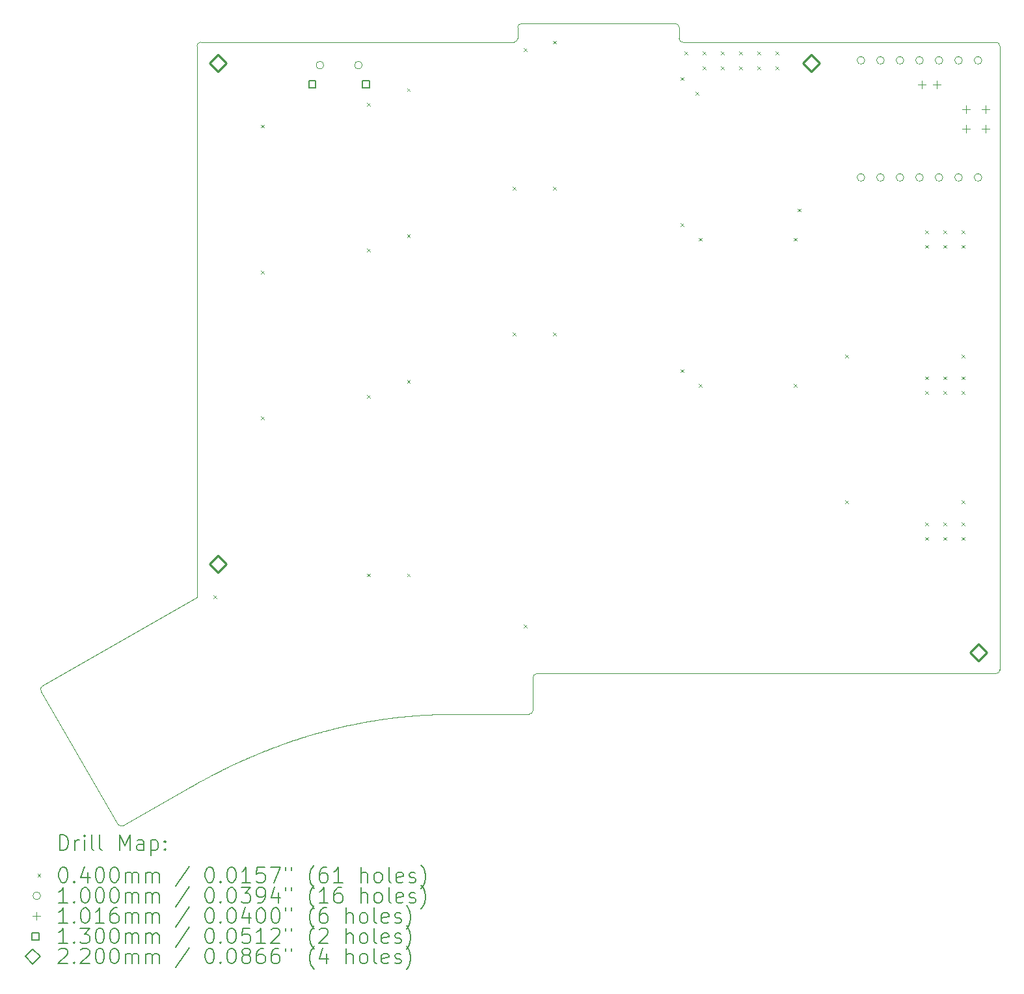
<source format=gbr>
%TF.GenerationSoftware,KiCad,Pcbnew,7.0.1*%
%TF.CreationDate,2023-05-27T21:35:24-04:00*%
%TF.ProjectId,pcb-right,7063622d-7269-4676-9874-2e6b69636164,0.3*%
%TF.SameCoordinates,Original*%
%TF.FileFunction,Drillmap*%
%TF.FilePolarity,Positive*%
%FSLAX45Y45*%
G04 Gerber Fmt 4.5, Leading zero omitted, Abs format (unit mm)*
G04 Created by KiCad (PCBNEW 7.0.1) date 2023-05-27 21:35:24*
%MOMM*%
%LPD*%
G01*
G04 APERTURE LIST*
%ADD10C,0.020000*%
%ADD11C,0.200000*%
%ADD12C,0.040000*%
%ADD13C,0.100000*%
%ADD14C,0.101600*%
%ADD15C,0.130000*%
%ADD16C,0.220000*%
G04 APERTURE END LIST*
D10*
X9945000Y-3068750D02*
G75*
G03*
X9895000Y-3118750I0J-50000D01*
G01*
X11995000Y-3261250D02*
X11995000Y-3118750D01*
X4761475Y-13508077D02*
X5627500Y-13008077D01*
X8322788Y-12097354D02*
X8316096Y-12098121D01*
X8309379Y-12098898D01*
X8302612Y-12099690D01*
X8295769Y-12100500D01*
X8288823Y-12101333D01*
X8281750Y-12102193D01*
X8274523Y-12103083D01*
X8267117Y-12104010D01*
X8259505Y-12104976D01*
X8251662Y-12105985D01*
X8243562Y-12107043D01*
X8235179Y-12108153D01*
X8226487Y-12109320D01*
X8217461Y-12110547D01*
X8208074Y-12111839D01*
X8198301Y-12113201D01*
X8188116Y-12114635D01*
X8177493Y-12116148D01*
X8166407Y-12117742D01*
X8154831Y-12119423D01*
X8142739Y-12121194D01*
X8130107Y-12123059D01*
X8116907Y-12125023D01*
X8103114Y-12127091D01*
X8088703Y-12129265D01*
X8073647Y-12131551D01*
X8057921Y-12133953D01*
X8041498Y-12136474D01*
X8024354Y-12139120D01*
X8006461Y-12141894D01*
X7987795Y-12144801D01*
X7968329Y-12147845D01*
X9845000Y-3311250D02*
G75*
G03*
X9895000Y-3261250I0J50000D01*
G01*
X10045000Y-12056250D02*
G75*
G03*
X10095000Y-12006250I0J50000D01*
G01*
X7618567Y-12217436D02*
X7612051Y-12218920D01*
X7605512Y-12220417D01*
X7598924Y-12221933D01*
X7592262Y-12223475D01*
X7585501Y-12225051D01*
X7578615Y-12226667D01*
X7571581Y-12228330D01*
X7564372Y-12230048D01*
X7556964Y-12231826D01*
X7549331Y-12233673D01*
X7541449Y-12235595D01*
X7533291Y-12237598D01*
X7524834Y-12239691D01*
X7516052Y-12241879D01*
X7506920Y-12244171D01*
X7497412Y-12246572D01*
X7487504Y-12249090D01*
X7477171Y-12251732D01*
X7466387Y-12254505D01*
X7455127Y-12257415D01*
X7443367Y-12260470D01*
X7431081Y-12263677D01*
X7418243Y-12267042D01*
X7404830Y-12270572D01*
X7390815Y-12274276D01*
X7376174Y-12278158D01*
X7360881Y-12282227D01*
X7344912Y-12286490D01*
X7328241Y-12290952D01*
X7310843Y-12295622D01*
X7292693Y-12300507D01*
X7273766Y-12305612D01*
X10145000Y-11528750D02*
G75*
G03*
X10095000Y-11578750I0J-50000D01*
G01*
X5720000Y-10529801D02*
X3711475Y-11689423D01*
X5946383Y-12833870D02*
X5940352Y-12836984D01*
X5934299Y-12840116D01*
X5928202Y-12843279D01*
X5922036Y-12846487D01*
X5915779Y-12849753D01*
X5909408Y-12853089D01*
X5902899Y-12856510D01*
X5896228Y-12860029D01*
X5889374Y-12863658D01*
X5882312Y-12867411D01*
X5875020Y-12871301D01*
X5867473Y-12875341D01*
X5859650Y-12879545D01*
X5851527Y-12883926D01*
X5843080Y-12888496D01*
X5834286Y-12893270D01*
X5825123Y-12898260D01*
X5815566Y-12903480D01*
X5805593Y-12908943D01*
X5795181Y-12914662D01*
X5784306Y-12920650D01*
X5772944Y-12926921D01*
X5761074Y-12933488D01*
X5748672Y-12940363D01*
X5735713Y-12947561D01*
X5722176Y-12955094D01*
X5708037Y-12962976D01*
X5693273Y-12971219D01*
X5677861Y-12979838D01*
X5661776Y-12988845D01*
X5644997Y-12998253D01*
X5627500Y-13008077D01*
X10095000Y-12006250D02*
X10095000Y-11578750D01*
X16170000Y-3361250D02*
G75*
G03*
X16120000Y-3311250I-50000J0D01*
G01*
X5770000Y-3311250D02*
G75*
G03*
X5720000Y-3361250I0J-50000D01*
G01*
X7273766Y-12305612D02*
X7267346Y-12307441D01*
X7260902Y-12309283D01*
X7254411Y-12311147D01*
X7247847Y-12313042D01*
X7241185Y-12314974D01*
X7234401Y-12316954D01*
X7227470Y-12318988D01*
X7220368Y-12321085D01*
X7213070Y-12323254D01*
X7205550Y-12325503D01*
X7197784Y-12327839D01*
X7189748Y-12330272D01*
X7181417Y-12332809D01*
X7172766Y-12335460D01*
X7163770Y-12338231D01*
X7154404Y-12341132D01*
X7144644Y-12344170D01*
X7134466Y-12347354D01*
X7123843Y-12350692D01*
X7112752Y-12354193D01*
X7101169Y-12357865D01*
X7089067Y-12361715D01*
X7076423Y-12365753D01*
X7063211Y-12369986D01*
X7049407Y-12374423D01*
X7034987Y-12379072D01*
X7019925Y-12383941D01*
X7004196Y-12389039D01*
X6987777Y-12394374D01*
X6970642Y-12399954D01*
X6952766Y-12405788D01*
X6934126Y-12411883D01*
X16120000Y-11528750D02*
G75*
G03*
X16170000Y-11478750I0J50000D01*
G01*
X5720000Y-10529801D02*
X5720000Y-3361250D01*
X3711477Y-11689428D02*
G75*
G03*
X3693173Y-11757725I25003J-43302D01*
G01*
X8681723Y-12066604D02*
X8674948Y-12066995D01*
X8668148Y-12067394D01*
X8661297Y-12067805D01*
X8654370Y-12068230D01*
X8647338Y-12068673D01*
X8640177Y-12069135D01*
X8632861Y-12069621D01*
X8625362Y-12070132D01*
X8617656Y-12070671D01*
X8609715Y-12071241D01*
X8601514Y-12071846D01*
X8593026Y-12072487D01*
X8584225Y-12073168D01*
X8575086Y-12073891D01*
X8565581Y-12074660D01*
X8555685Y-12075476D01*
X8545372Y-12076344D01*
X8534615Y-12077265D01*
X8523389Y-12078242D01*
X8511666Y-12079278D01*
X8499421Y-12080377D01*
X8486629Y-12081540D01*
X8473261Y-12082771D01*
X8459293Y-12084072D01*
X8444699Y-12085447D01*
X8429451Y-12086897D01*
X8413524Y-12088427D01*
X8396892Y-12090038D01*
X8379529Y-12091733D01*
X8361408Y-12093516D01*
X8342503Y-12095388D01*
X8322788Y-12097354D01*
X9045000Y-12056250D02*
X10045000Y-12056250D01*
X9895000Y-3261250D02*
X9895000Y-3118750D01*
X3693173Y-11757725D02*
X4693173Y-13489775D01*
X11995000Y-3118750D02*
G75*
G03*
X11945000Y-3068750I-50000J0D01*
G01*
X4693169Y-13489778D02*
G75*
G03*
X4761475Y-13508077I43301J24998D01*
G01*
X16170000Y-11478750D02*
X16170000Y-3361250D01*
X9945000Y-3068750D02*
X11945000Y-3068750D01*
X10145000Y-11528750D02*
X16120000Y-11528750D01*
X7968329Y-12147845D02*
X7961723Y-12148976D01*
X7955092Y-12150119D01*
X7948412Y-12151278D01*
X7941657Y-12152460D01*
X7934801Y-12153669D01*
X7927819Y-12154913D01*
X7920686Y-12156195D01*
X7913375Y-12157523D01*
X7905862Y-12158901D01*
X7898122Y-12160335D01*
X7890127Y-12161831D01*
X7881854Y-12163394D01*
X7873277Y-12165030D01*
X7864369Y-12166745D01*
X7855106Y-12168544D01*
X7845462Y-12170432D01*
X7835412Y-12172416D01*
X7824930Y-12174501D01*
X7813991Y-12176693D01*
X7802568Y-12178996D01*
X7790638Y-12181418D01*
X7778174Y-12183963D01*
X7765150Y-12186637D01*
X7751542Y-12189445D01*
X7737324Y-12192394D01*
X7722469Y-12195489D01*
X7706954Y-12198735D01*
X7690752Y-12202139D01*
X7673838Y-12205705D01*
X7656186Y-12209439D01*
X7637771Y-12213348D01*
X7618567Y-12217436D01*
X6270455Y-12676395D02*
X6264327Y-12679196D01*
X6258177Y-12682013D01*
X6251981Y-12684860D01*
X6245716Y-12687747D01*
X6239358Y-12690687D01*
X6232884Y-12693692D01*
X6226270Y-12696774D01*
X6219492Y-12699944D01*
X6212526Y-12703216D01*
X6205350Y-12706600D01*
X6197940Y-12710109D01*
X6190271Y-12713755D01*
X6182321Y-12717550D01*
X6174066Y-12721505D01*
X6165482Y-12725633D01*
X6156545Y-12729947D01*
X6147232Y-12734456D01*
X6137520Y-12739175D01*
X6127385Y-12744114D01*
X6116803Y-12749286D01*
X6105751Y-12754703D01*
X6094204Y-12760377D01*
X6082140Y-12766319D01*
X6069535Y-12772542D01*
X6056366Y-12779057D01*
X6042608Y-12785878D01*
X6028238Y-12793015D01*
X6013232Y-12800480D01*
X5997567Y-12808287D01*
X5981220Y-12816446D01*
X5964166Y-12824969D01*
X5946383Y-12833870D01*
X6599697Y-12535649D02*
X6593472Y-12538134D01*
X6587225Y-12540635D01*
X6580931Y-12543163D01*
X6574566Y-12545728D01*
X6568108Y-12548341D01*
X6561531Y-12551012D01*
X6554811Y-12553754D01*
X6547926Y-12556575D01*
X6540850Y-12559488D01*
X6533560Y-12562503D01*
X6526031Y-12565630D01*
X6518241Y-12568881D01*
X6510164Y-12572266D01*
X6501777Y-12575795D01*
X6493056Y-12579481D01*
X6483978Y-12583333D01*
X6474517Y-12587362D01*
X6464649Y-12591580D01*
X6454352Y-12595996D01*
X6443602Y-12600621D01*
X6432373Y-12605467D01*
X6420642Y-12610545D01*
X6408385Y-12615864D01*
X6395579Y-12621435D01*
X6382198Y-12627270D01*
X6368220Y-12633379D01*
X6353620Y-12639774D01*
X6338375Y-12646463D01*
X6322459Y-12653460D01*
X6305850Y-12660773D01*
X6288523Y-12668415D01*
X6270455Y-12676395D01*
X12045000Y-3311250D02*
X16120000Y-3311250D01*
X5770000Y-3311250D02*
X9845000Y-3311250D01*
X6934126Y-12411883D02*
X6927803Y-12414045D01*
X6921458Y-12416223D01*
X6915065Y-12418424D01*
X6908601Y-12420659D01*
X6902041Y-12422938D01*
X6895360Y-12425269D01*
X6888536Y-12427663D01*
X6881542Y-12430128D01*
X6874355Y-12432675D01*
X6866950Y-12435313D01*
X6859303Y-12438051D01*
X6851390Y-12440900D01*
X6843186Y-12443867D01*
X6834668Y-12446964D01*
X6825810Y-12450200D01*
X6816588Y-12453583D01*
X6806978Y-12457125D01*
X6796955Y-12460833D01*
X6786496Y-12464718D01*
X6775576Y-12468790D01*
X6764170Y-12473057D01*
X6752254Y-12477530D01*
X6739804Y-12482218D01*
X6726795Y-12487130D01*
X6713204Y-12492276D01*
X6699005Y-12497665D01*
X6684175Y-12503308D01*
X6668689Y-12509213D01*
X6652522Y-12515390D01*
X6635651Y-12521849D01*
X6618051Y-12528598D01*
X6599697Y-12535649D01*
X11995000Y-3261250D02*
G75*
G03*
X12045000Y-3311250I50000J0D01*
G01*
X9045000Y-12056250D02*
X9038144Y-12056253D01*
X9031264Y-12056264D01*
X9024331Y-12056283D01*
X9017320Y-12056313D01*
X9010205Y-12056354D01*
X9002958Y-12056407D01*
X8995554Y-12056475D01*
X8987965Y-12056558D01*
X8980166Y-12056657D01*
X8972130Y-12056775D01*
X8963830Y-12056912D01*
X8955240Y-12057070D01*
X8946334Y-12057249D01*
X8937084Y-12057452D01*
X8927465Y-12057680D01*
X8917449Y-12057934D01*
X8907011Y-12058215D01*
X8896124Y-12058524D01*
X8884762Y-12058864D01*
X8872897Y-12059234D01*
X8860504Y-12059638D01*
X8847556Y-12060075D01*
X8834026Y-12060547D01*
X8819889Y-12061056D01*
X8805117Y-12061603D01*
X8789684Y-12062189D01*
X8773564Y-12062816D01*
X8756729Y-12063485D01*
X8739154Y-12064196D01*
X8720813Y-12064953D01*
X8701678Y-12065755D01*
X8681723Y-12066604D01*
D11*
D12*
X5937062Y-10511500D02*
X5977062Y-10551500D01*
X5977062Y-10511500D02*
X5937062Y-10551500D01*
X6554562Y-4384000D02*
X6594562Y-4424000D01*
X6594562Y-4384000D02*
X6554562Y-4424000D01*
X6554562Y-6284000D02*
X6594562Y-6324000D01*
X6594562Y-6284000D02*
X6554562Y-6324000D01*
X6554562Y-8184000D02*
X6594562Y-8224000D01*
X6594562Y-8184000D02*
X6554562Y-8224000D01*
X7932062Y-4099000D02*
X7972062Y-4139000D01*
X7972062Y-4099000D02*
X7932062Y-4139000D01*
X7932062Y-5999000D02*
X7972062Y-6039000D01*
X7972062Y-5999000D02*
X7932062Y-6039000D01*
X7932062Y-7899000D02*
X7972062Y-7939000D01*
X7972062Y-7899000D02*
X7932062Y-7939000D01*
X7932062Y-10226500D02*
X7972062Y-10266500D01*
X7972062Y-10226500D02*
X7932062Y-10266500D01*
X8454563Y-3909000D02*
X8494563Y-3949000D01*
X8494563Y-3909000D02*
X8454563Y-3949000D01*
X8454563Y-5809000D02*
X8494563Y-5849000D01*
X8494563Y-5809000D02*
X8454563Y-5849000D01*
X8454563Y-7709000D02*
X8494563Y-7749000D01*
X8494563Y-7709000D02*
X8454563Y-7749000D01*
X8454563Y-10226500D02*
X8494563Y-10266500D01*
X8494563Y-10226500D02*
X8454563Y-10266500D01*
X9832063Y-5191500D02*
X9872063Y-5231500D01*
X9872063Y-5191500D02*
X9832063Y-5231500D01*
X9832063Y-7091500D02*
X9872063Y-7131500D01*
X9872063Y-7091500D02*
X9832063Y-7131500D01*
X9974563Y-3386500D02*
X10014563Y-3426500D01*
X10014563Y-3386500D02*
X9974563Y-3426500D01*
X9974563Y-10891500D02*
X10014563Y-10931500D01*
X10014563Y-10891500D02*
X9974563Y-10931500D01*
X10354563Y-3291500D02*
X10394563Y-3331500D01*
X10394563Y-3291500D02*
X10354563Y-3331500D01*
X10354563Y-5191500D02*
X10394563Y-5231500D01*
X10394563Y-5191500D02*
X10354563Y-5231500D01*
X10354563Y-7091500D02*
X10394563Y-7131500D01*
X10394563Y-7091500D02*
X10354563Y-7131500D01*
X12017062Y-3766500D02*
X12057062Y-3806500D01*
X12057062Y-3766500D02*
X12017062Y-3806500D01*
X12017062Y-5666500D02*
X12057062Y-5706500D01*
X12057062Y-5666500D02*
X12017062Y-5706500D01*
X12017062Y-7566500D02*
X12057062Y-7606500D01*
X12057062Y-7566500D02*
X12017062Y-7606500D01*
X12064562Y-3434000D02*
X12104562Y-3474000D01*
X12104562Y-3434000D02*
X12064562Y-3474000D01*
X12207062Y-3956500D02*
X12247062Y-3996500D01*
X12247062Y-3956500D02*
X12207062Y-3996500D01*
X12254562Y-5856500D02*
X12294562Y-5896500D01*
X12294562Y-5856500D02*
X12254562Y-5896500D01*
X12254562Y-7756500D02*
X12294562Y-7796500D01*
X12294562Y-7756500D02*
X12254562Y-7796500D01*
X12302062Y-3434000D02*
X12342062Y-3474000D01*
X12342062Y-3434000D02*
X12302062Y-3474000D01*
X12302062Y-3624000D02*
X12342062Y-3664000D01*
X12342062Y-3624000D02*
X12302062Y-3664000D01*
X12539562Y-3434000D02*
X12579562Y-3474000D01*
X12579562Y-3434000D02*
X12539562Y-3474000D01*
X12539562Y-3624000D02*
X12579562Y-3664000D01*
X12579562Y-3624000D02*
X12539562Y-3664000D01*
X12777062Y-3434000D02*
X12817062Y-3474000D01*
X12817062Y-3434000D02*
X12777062Y-3474000D01*
X12777062Y-3624000D02*
X12817062Y-3664000D01*
X12817062Y-3624000D02*
X12777062Y-3664000D01*
X13014562Y-3434000D02*
X13054562Y-3474000D01*
X13054562Y-3434000D02*
X13014562Y-3474000D01*
X13014562Y-3624000D02*
X13054562Y-3664000D01*
X13054562Y-3624000D02*
X13014562Y-3664000D01*
X13252062Y-3434000D02*
X13292062Y-3474000D01*
X13292062Y-3434000D02*
X13252062Y-3474000D01*
X13252062Y-3624000D02*
X13292062Y-3664000D01*
X13292062Y-3624000D02*
X13252062Y-3664000D01*
X13489562Y-5856500D02*
X13529562Y-5896500D01*
X13529562Y-5856500D02*
X13489562Y-5896500D01*
X13489562Y-7756500D02*
X13529562Y-7796500D01*
X13529562Y-7756500D02*
X13489562Y-7796500D01*
X13537062Y-5476500D02*
X13577062Y-5516500D01*
X13577062Y-5476500D02*
X13537062Y-5516500D01*
X14154562Y-7376500D02*
X14194562Y-7416500D01*
X14194562Y-7376500D02*
X14154562Y-7416500D01*
X14154562Y-9276500D02*
X14194562Y-9316500D01*
X14194562Y-9276500D02*
X14154562Y-9316500D01*
X15199562Y-5761500D02*
X15239562Y-5801500D01*
X15239562Y-5761500D02*
X15199562Y-5801500D01*
X15199562Y-5951500D02*
X15239562Y-5991500D01*
X15239562Y-5951500D02*
X15199562Y-5991500D01*
X15199562Y-7661500D02*
X15239562Y-7701500D01*
X15239562Y-7661500D02*
X15199562Y-7701500D01*
X15199562Y-7851500D02*
X15239562Y-7891500D01*
X15239562Y-7851500D02*
X15199562Y-7891500D01*
X15199562Y-9561500D02*
X15239562Y-9601500D01*
X15239562Y-9561500D02*
X15199562Y-9601500D01*
X15199562Y-9751500D02*
X15239562Y-9791500D01*
X15239562Y-9751500D02*
X15199562Y-9791500D01*
X15437062Y-5761500D02*
X15477062Y-5801500D01*
X15477062Y-5761500D02*
X15437062Y-5801500D01*
X15437062Y-5951500D02*
X15477062Y-5991500D01*
X15477062Y-5951500D02*
X15437062Y-5991500D01*
X15437062Y-7661500D02*
X15477062Y-7701500D01*
X15477062Y-7661500D02*
X15437062Y-7701500D01*
X15437062Y-7851500D02*
X15477062Y-7891500D01*
X15477062Y-7851500D02*
X15437062Y-7891500D01*
X15437062Y-9561500D02*
X15477062Y-9601500D01*
X15477062Y-9561500D02*
X15437062Y-9601500D01*
X15437062Y-9751500D02*
X15477062Y-9791500D01*
X15477062Y-9751500D02*
X15437062Y-9791500D01*
X15674562Y-5761500D02*
X15714562Y-5801500D01*
X15714562Y-5761500D02*
X15674562Y-5801500D01*
X15674562Y-5951500D02*
X15714562Y-5991500D01*
X15714562Y-5951500D02*
X15674562Y-5991500D01*
X15674562Y-7376500D02*
X15714562Y-7416500D01*
X15714562Y-7376500D02*
X15674562Y-7416500D01*
X15674562Y-7661500D02*
X15714562Y-7701500D01*
X15714562Y-7661500D02*
X15674562Y-7701500D01*
X15674562Y-7851500D02*
X15714562Y-7891500D01*
X15714562Y-7851500D02*
X15674562Y-7891500D01*
X15674562Y-9276500D02*
X15714562Y-9316500D01*
X15714562Y-9276500D02*
X15674562Y-9316500D01*
X15674562Y-9561500D02*
X15714562Y-9601500D01*
X15714562Y-9561500D02*
X15674562Y-9601500D01*
X15674562Y-9751500D02*
X15714562Y-9791500D01*
X15714562Y-9751500D02*
X15674562Y-9791500D01*
D13*
X7371762Y-3609525D02*
G75*
G03*
X7371762Y-3609525I-50000J0D01*
G01*
X7871762Y-3609525D02*
G75*
G03*
X7871762Y-3609525I-50000J0D01*
G01*
X14412562Y-3547000D02*
G75*
G03*
X14412562Y-3547000I-50000J0D01*
G01*
X14412562Y-5071000D02*
G75*
G03*
X14412562Y-5071000I-50000J0D01*
G01*
X14666562Y-3547000D02*
G75*
G03*
X14666562Y-3547000I-50000J0D01*
G01*
X14666562Y-5071000D02*
G75*
G03*
X14666562Y-5071000I-50000J0D01*
G01*
X14920562Y-3547000D02*
G75*
G03*
X14920562Y-3547000I-50000J0D01*
G01*
X14920562Y-5071000D02*
G75*
G03*
X14920562Y-5071000I-50000J0D01*
G01*
X15174562Y-3547000D02*
G75*
G03*
X15174562Y-3547000I-50000J0D01*
G01*
X15174562Y-5071000D02*
G75*
G03*
X15174562Y-5071000I-50000J0D01*
G01*
X15428562Y-3547000D02*
G75*
G03*
X15428562Y-3547000I-50000J0D01*
G01*
X15428562Y-5071000D02*
G75*
G03*
X15428562Y-5071000I-50000J0D01*
G01*
X15682562Y-3547000D02*
G75*
G03*
X15682562Y-3547000I-50000J0D01*
G01*
X15682562Y-5071000D02*
G75*
G03*
X15682562Y-5071000I-50000J0D01*
G01*
X15936562Y-3547000D02*
G75*
G03*
X15936562Y-3547000I-50000J0D01*
G01*
X15936562Y-5071000D02*
G75*
G03*
X15936562Y-5071000I-50000J0D01*
G01*
D14*
X15156262Y-3813700D02*
X15156262Y-3915300D01*
X15105462Y-3864500D02*
X15207062Y-3864500D01*
X15346762Y-3813700D02*
X15346762Y-3915300D01*
X15295962Y-3864500D02*
X15397562Y-3864500D01*
X15727762Y-4131200D02*
X15727762Y-4232800D01*
X15676962Y-4182000D02*
X15778562Y-4182000D01*
X15727762Y-4385200D02*
X15727762Y-4486800D01*
X15676962Y-4436000D02*
X15778562Y-4436000D01*
X15981762Y-4131200D02*
X15981762Y-4232800D01*
X15930962Y-4182000D02*
X16032562Y-4182000D01*
X15981762Y-4385200D02*
X15981762Y-4486800D01*
X15930962Y-4436000D02*
X16032562Y-4436000D01*
D15*
X7267725Y-3905487D02*
X7267725Y-3813563D01*
X7175800Y-3813563D01*
X7175800Y-3905487D01*
X7267725Y-3905487D01*
X7967725Y-3905487D02*
X7967725Y-3813563D01*
X7875800Y-3813563D01*
X7875800Y-3905487D01*
X7967725Y-3905487D01*
D16*
X5994562Y-3696500D02*
X6104562Y-3586500D01*
X5994562Y-3476500D01*
X5884562Y-3586500D01*
X5994562Y-3696500D01*
X5994562Y-10210100D02*
X6104562Y-10100100D01*
X5994562Y-9990100D01*
X5884562Y-10100100D01*
X5994562Y-10210100D01*
X13719562Y-3696500D02*
X13829562Y-3586500D01*
X13719562Y-3476500D01*
X13609562Y-3586500D01*
X13719562Y-3696500D01*
X15894562Y-11364000D02*
X16004562Y-11254000D01*
X15894562Y-11144000D01*
X15784562Y-11254000D01*
X15894562Y-11364000D01*
D11*
X3933097Y-13828302D02*
X3933097Y-13628302D01*
X3933097Y-13628302D02*
X3980716Y-13628302D01*
X3980716Y-13628302D02*
X4009287Y-13637826D01*
X4009287Y-13637826D02*
X4028335Y-13656873D01*
X4028335Y-13656873D02*
X4037859Y-13675921D01*
X4037859Y-13675921D02*
X4047383Y-13714016D01*
X4047383Y-13714016D02*
X4047383Y-13742588D01*
X4047383Y-13742588D02*
X4037859Y-13780683D01*
X4037859Y-13780683D02*
X4028335Y-13799731D01*
X4028335Y-13799731D02*
X4009287Y-13818778D01*
X4009287Y-13818778D02*
X3980716Y-13828302D01*
X3980716Y-13828302D02*
X3933097Y-13828302D01*
X4133097Y-13828302D02*
X4133097Y-13694969D01*
X4133097Y-13733064D02*
X4142621Y-13714016D01*
X4142621Y-13714016D02*
X4152145Y-13704492D01*
X4152145Y-13704492D02*
X4171192Y-13694969D01*
X4171192Y-13694969D02*
X4190240Y-13694969D01*
X4256907Y-13828302D02*
X4256907Y-13694969D01*
X4256907Y-13628302D02*
X4247383Y-13637826D01*
X4247383Y-13637826D02*
X4256907Y-13647350D01*
X4256907Y-13647350D02*
X4266430Y-13637826D01*
X4266430Y-13637826D02*
X4256907Y-13628302D01*
X4256907Y-13628302D02*
X4256907Y-13647350D01*
X4380716Y-13828302D02*
X4361668Y-13818778D01*
X4361668Y-13818778D02*
X4352145Y-13799731D01*
X4352145Y-13799731D02*
X4352145Y-13628302D01*
X4485478Y-13828302D02*
X4466430Y-13818778D01*
X4466430Y-13818778D02*
X4456907Y-13799731D01*
X4456907Y-13799731D02*
X4456907Y-13628302D01*
X4714049Y-13828302D02*
X4714049Y-13628302D01*
X4714049Y-13628302D02*
X4780716Y-13771159D01*
X4780716Y-13771159D02*
X4847383Y-13628302D01*
X4847383Y-13628302D02*
X4847383Y-13828302D01*
X5028335Y-13828302D02*
X5028335Y-13723540D01*
X5028335Y-13723540D02*
X5018811Y-13704492D01*
X5018811Y-13704492D02*
X4999764Y-13694969D01*
X4999764Y-13694969D02*
X4961668Y-13694969D01*
X4961668Y-13694969D02*
X4942621Y-13704492D01*
X5028335Y-13818778D02*
X5009288Y-13828302D01*
X5009288Y-13828302D02*
X4961668Y-13828302D01*
X4961668Y-13828302D02*
X4942621Y-13818778D01*
X4942621Y-13818778D02*
X4933097Y-13799731D01*
X4933097Y-13799731D02*
X4933097Y-13780683D01*
X4933097Y-13780683D02*
X4942621Y-13761635D01*
X4942621Y-13761635D02*
X4961668Y-13752112D01*
X4961668Y-13752112D02*
X5009288Y-13752112D01*
X5009288Y-13752112D02*
X5028335Y-13742588D01*
X5123573Y-13694969D02*
X5123573Y-13894969D01*
X5123573Y-13704492D02*
X5142621Y-13694969D01*
X5142621Y-13694969D02*
X5180716Y-13694969D01*
X5180716Y-13694969D02*
X5199764Y-13704492D01*
X5199764Y-13704492D02*
X5209288Y-13714016D01*
X5209288Y-13714016D02*
X5218811Y-13733064D01*
X5218811Y-13733064D02*
X5218811Y-13790207D01*
X5218811Y-13790207D02*
X5209288Y-13809254D01*
X5209288Y-13809254D02*
X5199764Y-13818778D01*
X5199764Y-13818778D02*
X5180716Y-13828302D01*
X5180716Y-13828302D02*
X5142621Y-13828302D01*
X5142621Y-13828302D02*
X5123573Y-13818778D01*
X5304526Y-13809254D02*
X5314049Y-13818778D01*
X5314049Y-13818778D02*
X5304526Y-13828302D01*
X5304526Y-13828302D02*
X5295002Y-13818778D01*
X5295002Y-13818778D02*
X5304526Y-13809254D01*
X5304526Y-13809254D02*
X5304526Y-13828302D01*
X5304526Y-13704492D02*
X5314049Y-13714016D01*
X5314049Y-13714016D02*
X5304526Y-13723540D01*
X5304526Y-13723540D02*
X5295002Y-13714016D01*
X5295002Y-13714016D02*
X5304526Y-13704492D01*
X5304526Y-13704492D02*
X5304526Y-13723540D01*
D12*
X3645478Y-14135778D02*
X3685478Y-14175778D01*
X3685478Y-14135778D02*
X3645478Y-14175778D01*
D11*
X3971192Y-14048302D02*
X3990240Y-14048302D01*
X3990240Y-14048302D02*
X4009287Y-14057826D01*
X4009287Y-14057826D02*
X4018811Y-14067350D01*
X4018811Y-14067350D02*
X4028335Y-14086397D01*
X4028335Y-14086397D02*
X4037859Y-14124492D01*
X4037859Y-14124492D02*
X4037859Y-14172112D01*
X4037859Y-14172112D02*
X4028335Y-14210207D01*
X4028335Y-14210207D02*
X4018811Y-14229254D01*
X4018811Y-14229254D02*
X4009287Y-14238778D01*
X4009287Y-14238778D02*
X3990240Y-14248302D01*
X3990240Y-14248302D02*
X3971192Y-14248302D01*
X3971192Y-14248302D02*
X3952145Y-14238778D01*
X3952145Y-14238778D02*
X3942621Y-14229254D01*
X3942621Y-14229254D02*
X3933097Y-14210207D01*
X3933097Y-14210207D02*
X3923573Y-14172112D01*
X3923573Y-14172112D02*
X3923573Y-14124492D01*
X3923573Y-14124492D02*
X3933097Y-14086397D01*
X3933097Y-14086397D02*
X3942621Y-14067350D01*
X3942621Y-14067350D02*
X3952145Y-14057826D01*
X3952145Y-14057826D02*
X3971192Y-14048302D01*
X4123573Y-14229254D02*
X4133097Y-14238778D01*
X4133097Y-14238778D02*
X4123573Y-14248302D01*
X4123573Y-14248302D02*
X4114049Y-14238778D01*
X4114049Y-14238778D02*
X4123573Y-14229254D01*
X4123573Y-14229254D02*
X4123573Y-14248302D01*
X4304526Y-14114969D02*
X4304526Y-14248302D01*
X4256907Y-14038778D02*
X4209288Y-14181635D01*
X4209288Y-14181635D02*
X4333097Y-14181635D01*
X4447383Y-14048302D02*
X4466430Y-14048302D01*
X4466430Y-14048302D02*
X4485478Y-14057826D01*
X4485478Y-14057826D02*
X4495002Y-14067350D01*
X4495002Y-14067350D02*
X4504526Y-14086397D01*
X4504526Y-14086397D02*
X4514049Y-14124492D01*
X4514049Y-14124492D02*
X4514049Y-14172112D01*
X4514049Y-14172112D02*
X4504526Y-14210207D01*
X4504526Y-14210207D02*
X4495002Y-14229254D01*
X4495002Y-14229254D02*
X4485478Y-14238778D01*
X4485478Y-14238778D02*
X4466430Y-14248302D01*
X4466430Y-14248302D02*
X4447383Y-14248302D01*
X4447383Y-14248302D02*
X4428335Y-14238778D01*
X4428335Y-14238778D02*
X4418811Y-14229254D01*
X4418811Y-14229254D02*
X4409288Y-14210207D01*
X4409288Y-14210207D02*
X4399764Y-14172112D01*
X4399764Y-14172112D02*
X4399764Y-14124492D01*
X4399764Y-14124492D02*
X4409288Y-14086397D01*
X4409288Y-14086397D02*
X4418811Y-14067350D01*
X4418811Y-14067350D02*
X4428335Y-14057826D01*
X4428335Y-14057826D02*
X4447383Y-14048302D01*
X4637859Y-14048302D02*
X4656907Y-14048302D01*
X4656907Y-14048302D02*
X4675954Y-14057826D01*
X4675954Y-14057826D02*
X4685478Y-14067350D01*
X4685478Y-14067350D02*
X4695002Y-14086397D01*
X4695002Y-14086397D02*
X4704526Y-14124492D01*
X4704526Y-14124492D02*
X4704526Y-14172112D01*
X4704526Y-14172112D02*
X4695002Y-14210207D01*
X4695002Y-14210207D02*
X4685478Y-14229254D01*
X4685478Y-14229254D02*
X4675954Y-14238778D01*
X4675954Y-14238778D02*
X4656907Y-14248302D01*
X4656907Y-14248302D02*
X4637859Y-14248302D01*
X4637859Y-14248302D02*
X4618811Y-14238778D01*
X4618811Y-14238778D02*
X4609288Y-14229254D01*
X4609288Y-14229254D02*
X4599764Y-14210207D01*
X4599764Y-14210207D02*
X4590240Y-14172112D01*
X4590240Y-14172112D02*
X4590240Y-14124492D01*
X4590240Y-14124492D02*
X4599764Y-14086397D01*
X4599764Y-14086397D02*
X4609288Y-14067350D01*
X4609288Y-14067350D02*
X4618811Y-14057826D01*
X4618811Y-14057826D02*
X4637859Y-14048302D01*
X4790240Y-14248302D02*
X4790240Y-14114969D01*
X4790240Y-14134016D02*
X4799764Y-14124492D01*
X4799764Y-14124492D02*
X4818811Y-14114969D01*
X4818811Y-14114969D02*
X4847383Y-14114969D01*
X4847383Y-14114969D02*
X4866430Y-14124492D01*
X4866430Y-14124492D02*
X4875954Y-14143540D01*
X4875954Y-14143540D02*
X4875954Y-14248302D01*
X4875954Y-14143540D02*
X4885478Y-14124492D01*
X4885478Y-14124492D02*
X4904526Y-14114969D01*
X4904526Y-14114969D02*
X4933097Y-14114969D01*
X4933097Y-14114969D02*
X4952145Y-14124492D01*
X4952145Y-14124492D02*
X4961669Y-14143540D01*
X4961669Y-14143540D02*
X4961669Y-14248302D01*
X5056907Y-14248302D02*
X5056907Y-14114969D01*
X5056907Y-14134016D02*
X5066430Y-14124492D01*
X5066430Y-14124492D02*
X5085478Y-14114969D01*
X5085478Y-14114969D02*
X5114050Y-14114969D01*
X5114050Y-14114969D02*
X5133097Y-14124492D01*
X5133097Y-14124492D02*
X5142621Y-14143540D01*
X5142621Y-14143540D02*
X5142621Y-14248302D01*
X5142621Y-14143540D02*
X5152145Y-14124492D01*
X5152145Y-14124492D02*
X5171192Y-14114969D01*
X5171192Y-14114969D02*
X5199764Y-14114969D01*
X5199764Y-14114969D02*
X5218811Y-14124492D01*
X5218811Y-14124492D02*
X5228335Y-14143540D01*
X5228335Y-14143540D02*
X5228335Y-14248302D01*
X5618811Y-14038778D02*
X5447383Y-14295921D01*
X5875954Y-14048302D02*
X5895002Y-14048302D01*
X5895002Y-14048302D02*
X5914050Y-14057826D01*
X5914050Y-14057826D02*
X5923573Y-14067350D01*
X5923573Y-14067350D02*
X5933097Y-14086397D01*
X5933097Y-14086397D02*
X5942621Y-14124492D01*
X5942621Y-14124492D02*
X5942621Y-14172112D01*
X5942621Y-14172112D02*
X5933097Y-14210207D01*
X5933097Y-14210207D02*
X5923573Y-14229254D01*
X5923573Y-14229254D02*
X5914050Y-14238778D01*
X5914050Y-14238778D02*
X5895002Y-14248302D01*
X5895002Y-14248302D02*
X5875954Y-14248302D01*
X5875954Y-14248302D02*
X5856907Y-14238778D01*
X5856907Y-14238778D02*
X5847383Y-14229254D01*
X5847383Y-14229254D02*
X5837859Y-14210207D01*
X5837859Y-14210207D02*
X5828335Y-14172112D01*
X5828335Y-14172112D02*
X5828335Y-14124492D01*
X5828335Y-14124492D02*
X5837859Y-14086397D01*
X5837859Y-14086397D02*
X5847383Y-14067350D01*
X5847383Y-14067350D02*
X5856907Y-14057826D01*
X5856907Y-14057826D02*
X5875954Y-14048302D01*
X6028335Y-14229254D02*
X6037859Y-14238778D01*
X6037859Y-14238778D02*
X6028335Y-14248302D01*
X6028335Y-14248302D02*
X6018811Y-14238778D01*
X6018811Y-14238778D02*
X6028335Y-14229254D01*
X6028335Y-14229254D02*
X6028335Y-14248302D01*
X6161669Y-14048302D02*
X6180716Y-14048302D01*
X6180716Y-14048302D02*
X6199764Y-14057826D01*
X6199764Y-14057826D02*
X6209288Y-14067350D01*
X6209288Y-14067350D02*
X6218811Y-14086397D01*
X6218811Y-14086397D02*
X6228335Y-14124492D01*
X6228335Y-14124492D02*
X6228335Y-14172112D01*
X6228335Y-14172112D02*
X6218811Y-14210207D01*
X6218811Y-14210207D02*
X6209288Y-14229254D01*
X6209288Y-14229254D02*
X6199764Y-14238778D01*
X6199764Y-14238778D02*
X6180716Y-14248302D01*
X6180716Y-14248302D02*
X6161669Y-14248302D01*
X6161669Y-14248302D02*
X6142621Y-14238778D01*
X6142621Y-14238778D02*
X6133097Y-14229254D01*
X6133097Y-14229254D02*
X6123573Y-14210207D01*
X6123573Y-14210207D02*
X6114050Y-14172112D01*
X6114050Y-14172112D02*
X6114050Y-14124492D01*
X6114050Y-14124492D02*
X6123573Y-14086397D01*
X6123573Y-14086397D02*
X6133097Y-14067350D01*
X6133097Y-14067350D02*
X6142621Y-14057826D01*
X6142621Y-14057826D02*
X6161669Y-14048302D01*
X6418811Y-14248302D02*
X6304526Y-14248302D01*
X6361669Y-14248302D02*
X6361669Y-14048302D01*
X6361669Y-14048302D02*
X6342621Y-14076873D01*
X6342621Y-14076873D02*
X6323573Y-14095921D01*
X6323573Y-14095921D02*
X6304526Y-14105445D01*
X6599764Y-14048302D02*
X6504526Y-14048302D01*
X6504526Y-14048302D02*
X6495002Y-14143540D01*
X6495002Y-14143540D02*
X6504526Y-14134016D01*
X6504526Y-14134016D02*
X6523573Y-14124492D01*
X6523573Y-14124492D02*
X6571192Y-14124492D01*
X6571192Y-14124492D02*
X6590240Y-14134016D01*
X6590240Y-14134016D02*
X6599764Y-14143540D01*
X6599764Y-14143540D02*
X6609288Y-14162588D01*
X6609288Y-14162588D02*
X6609288Y-14210207D01*
X6609288Y-14210207D02*
X6599764Y-14229254D01*
X6599764Y-14229254D02*
X6590240Y-14238778D01*
X6590240Y-14238778D02*
X6571192Y-14248302D01*
X6571192Y-14248302D02*
X6523573Y-14248302D01*
X6523573Y-14248302D02*
X6504526Y-14238778D01*
X6504526Y-14238778D02*
X6495002Y-14229254D01*
X6675954Y-14048302D02*
X6809288Y-14048302D01*
X6809288Y-14048302D02*
X6723573Y-14248302D01*
X6875954Y-14048302D02*
X6875954Y-14086397D01*
X6952145Y-14048302D02*
X6952145Y-14086397D01*
X7247383Y-14324492D02*
X7237859Y-14314969D01*
X7237859Y-14314969D02*
X7218812Y-14286397D01*
X7218812Y-14286397D02*
X7209288Y-14267350D01*
X7209288Y-14267350D02*
X7199764Y-14238778D01*
X7199764Y-14238778D02*
X7190240Y-14191159D01*
X7190240Y-14191159D02*
X7190240Y-14153064D01*
X7190240Y-14153064D02*
X7199764Y-14105445D01*
X7199764Y-14105445D02*
X7209288Y-14076873D01*
X7209288Y-14076873D02*
X7218812Y-14057826D01*
X7218812Y-14057826D02*
X7237859Y-14029254D01*
X7237859Y-14029254D02*
X7247383Y-14019731D01*
X7409288Y-14048302D02*
X7371192Y-14048302D01*
X7371192Y-14048302D02*
X7352145Y-14057826D01*
X7352145Y-14057826D02*
X7342621Y-14067350D01*
X7342621Y-14067350D02*
X7323573Y-14095921D01*
X7323573Y-14095921D02*
X7314050Y-14134016D01*
X7314050Y-14134016D02*
X7314050Y-14210207D01*
X7314050Y-14210207D02*
X7323573Y-14229254D01*
X7323573Y-14229254D02*
X7333097Y-14238778D01*
X7333097Y-14238778D02*
X7352145Y-14248302D01*
X7352145Y-14248302D02*
X7390240Y-14248302D01*
X7390240Y-14248302D02*
X7409288Y-14238778D01*
X7409288Y-14238778D02*
X7418812Y-14229254D01*
X7418812Y-14229254D02*
X7428335Y-14210207D01*
X7428335Y-14210207D02*
X7428335Y-14162588D01*
X7428335Y-14162588D02*
X7418812Y-14143540D01*
X7418812Y-14143540D02*
X7409288Y-14134016D01*
X7409288Y-14134016D02*
X7390240Y-14124492D01*
X7390240Y-14124492D02*
X7352145Y-14124492D01*
X7352145Y-14124492D02*
X7333097Y-14134016D01*
X7333097Y-14134016D02*
X7323573Y-14143540D01*
X7323573Y-14143540D02*
X7314050Y-14162588D01*
X7618812Y-14248302D02*
X7504526Y-14248302D01*
X7561669Y-14248302D02*
X7561669Y-14048302D01*
X7561669Y-14048302D02*
X7542621Y-14076873D01*
X7542621Y-14076873D02*
X7523573Y-14095921D01*
X7523573Y-14095921D02*
X7504526Y-14105445D01*
X7856907Y-14248302D02*
X7856907Y-14048302D01*
X7942621Y-14248302D02*
X7942621Y-14143540D01*
X7942621Y-14143540D02*
X7933097Y-14124492D01*
X7933097Y-14124492D02*
X7914050Y-14114969D01*
X7914050Y-14114969D02*
X7885478Y-14114969D01*
X7885478Y-14114969D02*
X7866431Y-14124492D01*
X7866431Y-14124492D02*
X7856907Y-14134016D01*
X8066431Y-14248302D02*
X8047383Y-14238778D01*
X8047383Y-14238778D02*
X8037859Y-14229254D01*
X8037859Y-14229254D02*
X8028335Y-14210207D01*
X8028335Y-14210207D02*
X8028335Y-14153064D01*
X8028335Y-14153064D02*
X8037859Y-14134016D01*
X8037859Y-14134016D02*
X8047383Y-14124492D01*
X8047383Y-14124492D02*
X8066431Y-14114969D01*
X8066431Y-14114969D02*
X8095002Y-14114969D01*
X8095002Y-14114969D02*
X8114050Y-14124492D01*
X8114050Y-14124492D02*
X8123574Y-14134016D01*
X8123574Y-14134016D02*
X8133097Y-14153064D01*
X8133097Y-14153064D02*
X8133097Y-14210207D01*
X8133097Y-14210207D02*
X8123574Y-14229254D01*
X8123574Y-14229254D02*
X8114050Y-14238778D01*
X8114050Y-14238778D02*
X8095002Y-14248302D01*
X8095002Y-14248302D02*
X8066431Y-14248302D01*
X8247383Y-14248302D02*
X8228335Y-14238778D01*
X8228335Y-14238778D02*
X8218812Y-14219731D01*
X8218812Y-14219731D02*
X8218812Y-14048302D01*
X8399764Y-14238778D02*
X8380716Y-14248302D01*
X8380716Y-14248302D02*
X8342621Y-14248302D01*
X8342621Y-14248302D02*
X8323574Y-14238778D01*
X8323574Y-14238778D02*
X8314050Y-14219731D01*
X8314050Y-14219731D02*
X8314050Y-14143540D01*
X8314050Y-14143540D02*
X8323574Y-14124492D01*
X8323574Y-14124492D02*
X8342621Y-14114969D01*
X8342621Y-14114969D02*
X8380716Y-14114969D01*
X8380716Y-14114969D02*
X8399764Y-14124492D01*
X8399764Y-14124492D02*
X8409288Y-14143540D01*
X8409288Y-14143540D02*
X8409288Y-14162588D01*
X8409288Y-14162588D02*
X8314050Y-14181635D01*
X8485478Y-14238778D02*
X8504526Y-14248302D01*
X8504526Y-14248302D02*
X8542621Y-14248302D01*
X8542621Y-14248302D02*
X8561669Y-14238778D01*
X8561669Y-14238778D02*
X8571193Y-14219731D01*
X8571193Y-14219731D02*
X8571193Y-14210207D01*
X8571193Y-14210207D02*
X8561669Y-14191159D01*
X8561669Y-14191159D02*
X8542621Y-14181635D01*
X8542621Y-14181635D02*
X8514050Y-14181635D01*
X8514050Y-14181635D02*
X8495002Y-14172112D01*
X8495002Y-14172112D02*
X8485478Y-14153064D01*
X8485478Y-14153064D02*
X8485478Y-14143540D01*
X8485478Y-14143540D02*
X8495002Y-14124492D01*
X8495002Y-14124492D02*
X8514050Y-14114969D01*
X8514050Y-14114969D02*
X8542621Y-14114969D01*
X8542621Y-14114969D02*
X8561669Y-14124492D01*
X8637859Y-14324492D02*
X8647383Y-14314969D01*
X8647383Y-14314969D02*
X8666431Y-14286397D01*
X8666431Y-14286397D02*
X8675955Y-14267350D01*
X8675955Y-14267350D02*
X8685478Y-14238778D01*
X8685478Y-14238778D02*
X8695002Y-14191159D01*
X8695002Y-14191159D02*
X8695002Y-14153064D01*
X8695002Y-14153064D02*
X8685478Y-14105445D01*
X8685478Y-14105445D02*
X8675955Y-14076873D01*
X8675955Y-14076873D02*
X8666431Y-14057826D01*
X8666431Y-14057826D02*
X8647383Y-14029254D01*
X8647383Y-14029254D02*
X8637859Y-14019731D01*
D13*
X3685478Y-14419778D02*
G75*
G03*
X3685478Y-14419778I-50000J0D01*
G01*
D11*
X4037859Y-14512302D02*
X3923573Y-14512302D01*
X3980716Y-14512302D02*
X3980716Y-14312302D01*
X3980716Y-14312302D02*
X3961668Y-14340873D01*
X3961668Y-14340873D02*
X3942621Y-14359921D01*
X3942621Y-14359921D02*
X3923573Y-14369445D01*
X4123573Y-14493254D02*
X4133097Y-14502778D01*
X4133097Y-14502778D02*
X4123573Y-14512302D01*
X4123573Y-14512302D02*
X4114049Y-14502778D01*
X4114049Y-14502778D02*
X4123573Y-14493254D01*
X4123573Y-14493254D02*
X4123573Y-14512302D01*
X4256907Y-14312302D02*
X4275954Y-14312302D01*
X4275954Y-14312302D02*
X4295002Y-14321826D01*
X4295002Y-14321826D02*
X4304526Y-14331350D01*
X4304526Y-14331350D02*
X4314049Y-14350397D01*
X4314049Y-14350397D02*
X4323573Y-14388492D01*
X4323573Y-14388492D02*
X4323573Y-14436112D01*
X4323573Y-14436112D02*
X4314049Y-14474207D01*
X4314049Y-14474207D02*
X4304526Y-14493254D01*
X4304526Y-14493254D02*
X4295002Y-14502778D01*
X4295002Y-14502778D02*
X4275954Y-14512302D01*
X4275954Y-14512302D02*
X4256907Y-14512302D01*
X4256907Y-14512302D02*
X4237859Y-14502778D01*
X4237859Y-14502778D02*
X4228335Y-14493254D01*
X4228335Y-14493254D02*
X4218811Y-14474207D01*
X4218811Y-14474207D02*
X4209288Y-14436112D01*
X4209288Y-14436112D02*
X4209288Y-14388492D01*
X4209288Y-14388492D02*
X4218811Y-14350397D01*
X4218811Y-14350397D02*
X4228335Y-14331350D01*
X4228335Y-14331350D02*
X4237859Y-14321826D01*
X4237859Y-14321826D02*
X4256907Y-14312302D01*
X4447383Y-14312302D02*
X4466430Y-14312302D01*
X4466430Y-14312302D02*
X4485478Y-14321826D01*
X4485478Y-14321826D02*
X4495002Y-14331350D01*
X4495002Y-14331350D02*
X4504526Y-14350397D01*
X4504526Y-14350397D02*
X4514049Y-14388492D01*
X4514049Y-14388492D02*
X4514049Y-14436112D01*
X4514049Y-14436112D02*
X4504526Y-14474207D01*
X4504526Y-14474207D02*
X4495002Y-14493254D01*
X4495002Y-14493254D02*
X4485478Y-14502778D01*
X4485478Y-14502778D02*
X4466430Y-14512302D01*
X4466430Y-14512302D02*
X4447383Y-14512302D01*
X4447383Y-14512302D02*
X4428335Y-14502778D01*
X4428335Y-14502778D02*
X4418811Y-14493254D01*
X4418811Y-14493254D02*
X4409288Y-14474207D01*
X4409288Y-14474207D02*
X4399764Y-14436112D01*
X4399764Y-14436112D02*
X4399764Y-14388492D01*
X4399764Y-14388492D02*
X4409288Y-14350397D01*
X4409288Y-14350397D02*
X4418811Y-14331350D01*
X4418811Y-14331350D02*
X4428335Y-14321826D01*
X4428335Y-14321826D02*
X4447383Y-14312302D01*
X4637859Y-14312302D02*
X4656907Y-14312302D01*
X4656907Y-14312302D02*
X4675954Y-14321826D01*
X4675954Y-14321826D02*
X4685478Y-14331350D01*
X4685478Y-14331350D02*
X4695002Y-14350397D01*
X4695002Y-14350397D02*
X4704526Y-14388492D01*
X4704526Y-14388492D02*
X4704526Y-14436112D01*
X4704526Y-14436112D02*
X4695002Y-14474207D01*
X4695002Y-14474207D02*
X4685478Y-14493254D01*
X4685478Y-14493254D02*
X4675954Y-14502778D01*
X4675954Y-14502778D02*
X4656907Y-14512302D01*
X4656907Y-14512302D02*
X4637859Y-14512302D01*
X4637859Y-14512302D02*
X4618811Y-14502778D01*
X4618811Y-14502778D02*
X4609288Y-14493254D01*
X4609288Y-14493254D02*
X4599764Y-14474207D01*
X4599764Y-14474207D02*
X4590240Y-14436112D01*
X4590240Y-14436112D02*
X4590240Y-14388492D01*
X4590240Y-14388492D02*
X4599764Y-14350397D01*
X4599764Y-14350397D02*
X4609288Y-14331350D01*
X4609288Y-14331350D02*
X4618811Y-14321826D01*
X4618811Y-14321826D02*
X4637859Y-14312302D01*
X4790240Y-14512302D02*
X4790240Y-14378969D01*
X4790240Y-14398016D02*
X4799764Y-14388492D01*
X4799764Y-14388492D02*
X4818811Y-14378969D01*
X4818811Y-14378969D02*
X4847383Y-14378969D01*
X4847383Y-14378969D02*
X4866430Y-14388492D01*
X4866430Y-14388492D02*
X4875954Y-14407540D01*
X4875954Y-14407540D02*
X4875954Y-14512302D01*
X4875954Y-14407540D02*
X4885478Y-14388492D01*
X4885478Y-14388492D02*
X4904526Y-14378969D01*
X4904526Y-14378969D02*
X4933097Y-14378969D01*
X4933097Y-14378969D02*
X4952145Y-14388492D01*
X4952145Y-14388492D02*
X4961669Y-14407540D01*
X4961669Y-14407540D02*
X4961669Y-14512302D01*
X5056907Y-14512302D02*
X5056907Y-14378969D01*
X5056907Y-14398016D02*
X5066430Y-14388492D01*
X5066430Y-14388492D02*
X5085478Y-14378969D01*
X5085478Y-14378969D02*
X5114050Y-14378969D01*
X5114050Y-14378969D02*
X5133097Y-14388492D01*
X5133097Y-14388492D02*
X5142621Y-14407540D01*
X5142621Y-14407540D02*
X5142621Y-14512302D01*
X5142621Y-14407540D02*
X5152145Y-14388492D01*
X5152145Y-14388492D02*
X5171192Y-14378969D01*
X5171192Y-14378969D02*
X5199764Y-14378969D01*
X5199764Y-14378969D02*
X5218811Y-14388492D01*
X5218811Y-14388492D02*
X5228335Y-14407540D01*
X5228335Y-14407540D02*
X5228335Y-14512302D01*
X5618811Y-14302778D02*
X5447383Y-14559921D01*
X5875954Y-14312302D02*
X5895002Y-14312302D01*
X5895002Y-14312302D02*
X5914050Y-14321826D01*
X5914050Y-14321826D02*
X5923573Y-14331350D01*
X5923573Y-14331350D02*
X5933097Y-14350397D01*
X5933097Y-14350397D02*
X5942621Y-14388492D01*
X5942621Y-14388492D02*
X5942621Y-14436112D01*
X5942621Y-14436112D02*
X5933097Y-14474207D01*
X5933097Y-14474207D02*
X5923573Y-14493254D01*
X5923573Y-14493254D02*
X5914050Y-14502778D01*
X5914050Y-14502778D02*
X5895002Y-14512302D01*
X5895002Y-14512302D02*
X5875954Y-14512302D01*
X5875954Y-14512302D02*
X5856907Y-14502778D01*
X5856907Y-14502778D02*
X5847383Y-14493254D01*
X5847383Y-14493254D02*
X5837859Y-14474207D01*
X5837859Y-14474207D02*
X5828335Y-14436112D01*
X5828335Y-14436112D02*
X5828335Y-14388492D01*
X5828335Y-14388492D02*
X5837859Y-14350397D01*
X5837859Y-14350397D02*
X5847383Y-14331350D01*
X5847383Y-14331350D02*
X5856907Y-14321826D01*
X5856907Y-14321826D02*
X5875954Y-14312302D01*
X6028335Y-14493254D02*
X6037859Y-14502778D01*
X6037859Y-14502778D02*
X6028335Y-14512302D01*
X6028335Y-14512302D02*
X6018811Y-14502778D01*
X6018811Y-14502778D02*
X6028335Y-14493254D01*
X6028335Y-14493254D02*
X6028335Y-14512302D01*
X6161669Y-14312302D02*
X6180716Y-14312302D01*
X6180716Y-14312302D02*
X6199764Y-14321826D01*
X6199764Y-14321826D02*
X6209288Y-14331350D01*
X6209288Y-14331350D02*
X6218811Y-14350397D01*
X6218811Y-14350397D02*
X6228335Y-14388492D01*
X6228335Y-14388492D02*
X6228335Y-14436112D01*
X6228335Y-14436112D02*
X6218811Y-14474207D01*
X6218811Y-14474207D02*
X6209288Y-14493254D01*
X6209288Y-14493254D02*
X6199764Y-14502778D01*
X6199764Y-14502778D02*
X6180716Y-14512302D01*
X6180716Y-14512302D02*
X6161669Y-14512302D01*
X6161669Y-14512302D02*
X6142621Y-14502778D01*
X6142621Y-14502778D02*
X6133097Y-14493254D01*
X6133097Y-14493254D02*
X6123573Y-14474207D01*
X6123573Y-14474207D02*
X6114050Y-14436112D01*
X6114050Y-14436112D02*
X6114050Y-14388492D01*
X6114050Y-14388492D02*
X6123573Y-14350397D01*
X6123573Y-14350397D02*
X6133097Y-14331350D01*
X6133097Y-14331350D02*
X6142621Y-14321826D01*
X6142621Y-14321826D02*
X6161669Y-14312302D01*
X6295002Y-14312302D02*
X6418811Y-14312302D01*
X6418811Y-14312302D02*
X6352145Y-14388492D01*
X6352145Y-14388492D02*
X6380716Y-14388492D01*
X6380716Y-14388492D02*
X6399764Y-14398016D01*
X6399764Y-14398016D02*
X6409288Y-14407540D01*
X6409288Y-14407540D02*
X6418811Y-14426588D01*
X6418811Y-14426588D02*
X6418811Y-14474207D01*
X6418811Y-14474207D02*
X6409288Y-14493254D01*
X6409288Y-14493254D02*
X6399764Y-14502778D01*
X6399764Y-14502778D02*
X6380716Y-14512302D01*
X6380716Y-14512302D02*
X6323573Y-14512302D01*
X6323573Y-14512302D02*
X6304526Y-14502778D01*
X6304526Y-14502778D02*
X6295002Y-14493254D01*
X6514050Y-14512302D02*
X6552145Y-14512302D01*
X6552145Y-14512302D02*
X6571192Y-14502778D01*
X6571192Y-14502778D02*
X6580716Y-14493254D01*
X6580716Y-14493254D02*
X6599764Y-14464683D01*
X6599764Y-14464683D02*
X6609288Y-14426588D01*
X6609288Y-14426588D02*
X6609288Y-14350397D01*
X6609288Y-14350397D02*
X6599764Y-14331350D01*
X6599764Y-14331350D02*
X6590240Y-14321826D01*
X6590240Y-14321826D02*
X6571192Y-14312302D01*
X6571192Y-14312302D02*
X6533097Y-14312302D01*
X6533097Y-14312302D02*
X6514050Y-14321826D01*
X6514050Y-14321826D02*
X6504526Y-14331350D01*
X6504526Y-14331350D02*
X6495002Y-14350397D01*
X6495002Y-14350397D02*
X6495002Y-14398016D01*
X6495002Y-14398016D02*
X6504526Y-14417064D01*
X6504526Y-14417064D02*
X6514050Y-14426588D01*
X6514050Y-14426588D02*
X6533097Y-14436112D01*
X6533097Y-14436112D02*
X6571192Y-14436112D01*
X6571192Y-14436112D02*
X6590240Y-14426588D01*
X6590240Y-14426588D02*
X6599764Y-14417064D01*
X6599764Y-14417064D02*
X6609288Y-14398016D01*
X6780716Y-14378969D02*
X6780716Y-14512302D01*
X6733097Y-14302778D02*
X6685478Y-14445635D01*
X6685478Y-14445635D02*
X6809288Y-14445635D01*
X6875954Y-14312302D02*
X6875954Y-14350397D01*
X6952145Y-14312302D02*
X6952145Y-14350397D01*
X7247383Y-14588492D02*
X7237859Y-14578969D01*
X7237859Y-14578969D02*
X7218812Y-14550397D01*
X7218812Y-14550397D02*
X7209288Y-14531350D01*
X7209288Y-14531350D02*
X7199764Y-14502778D01*
X7199764Y-14502778D02*
X7190240Y-14455159D01*
X7190240Y-14455159D02*
X7190240Y-14417064D01*
X7190240Y-14417064D02*
X7199764Y-14369445D01*
X7199764Y-14369445D02*
X7209288Y-14340873D01*
X7209288Y-14340873D02*
X7218812Y-14321826D01*
X7218812Y-14321826D02*
X7237859Y-14293254D01*
X7237859Y-14293254D02*
X7247383Y-14283731D01*
X7428335Y-14512302D02*
X7314050Y-14512302D01*
X7371192Y-14512302D02*
X7371192Y-14312302D01*
X7371192Y-14312302D02*
X7352145Y-14340873D01*
X7352145Y-14340873D02*
X7333097Y-14359921D01*
X7333097Y-14359921D02*
X7314050Y-14369445D01*
X7599764Y-14312302D02*
X7561669Y-14312302D01*
X7561669Y-14312302D02*
X7542621Y-14321826D01*
X7542621Y-14321826D02*
X7533097Y-14331350D01*
X7533097Y-14331350D02*
X7514050Y-14359921D01*
X7514050Y-14359921D02*
X7504526Y-14398016D01*
X7504526Y-14398016D02*
X7504526Y-14474207D01*
X7504526Y-14474207D02*
X7514050Y-14493254D01*
X7514050Y-14493254D02*
X7523573Y-14502778D01*
X7523573Y-14502778D02*
X7542621Y-14512302D01*
X7542621Y-14512302D02*
X7580716Y-14512302D01*
X7580716Y-14512302D02*
X7599764Y-14502778D01*
X7599764Y-14502778D02*
X7609288Y-14493254D01*
X7609288Y-14493254D02*
X7618812Y-14474207D01*
X7618812Y-14474207D02*
X7618812Y-14426588D01*
X7618812Y-14426588D02*
X7609288Y-14407540D01*
X7609288Y-14407540D02*
X7599764Y-14398016D01*
X7599764Y-14398016D02*
X7580716Y-14388492D01*
X7580716Y-14388492D02*
X7542621Y-14388492D01*
X7542621Y-14388492D02*
X7523573Y-14398016D01*
X7523573Y-14398016D02*
X7514050Y-14407540D01*
X7514050Y-14407540D02*
X7504526Y-14426588D01*
X7856907Y-14512302D02*
X7856907Y-14312302D01*
X7942621Y-14512302D02*
X7942621Y-14407540D01*
X7942621Y-14407540D02*
X7933097Y-14388492D01*
X7933097Y-14388492D02*
X7914050Y-14378969D01*
X7914050Y-14378969D02*
X7885478Y-14378969D01*
X7885478Y-14378969D02*
X7866431Y-14388492D01*
X7866431Y-14388492D02*
X7856907Y-14398016D01*
X8066431Y-14512302D02*
X8047383Y-14502778D01*
X8047383Y-14502778D02*
X8037859Y-14493254D01*
X8037859Y-14493254D02*
X8028335Y-14474207D01*
X8028335Y-14474207D02*
X8028335Y-14417064D01*
X8028335Y-14417064D02*
X8037859Y-14398016D01*
X8037859Y-14398016D02*
X8047383Y-14388492D01*
X8047383Y-14388492D02*
X8066431Y-14378969D01*
X8066431Y-14378969D02*
X8095002Y-14378969D01*
X8095002Y-14378969D02*
X8114050Y-14388492D01*
X8114050Y-14388492D02*
X8123574Y-14398016D01*
X8123574Y-14398016D02*
X8133097Y-14417064D01*
X8133097Y-14417064D02*
X8133097Y-14474207D01*
X8133097Y-14474207D02*
X8123574Y-14493254D01*
X8123574Y-14493254D02*
X8114050Y-14502778D01*
X8114050Y-14502778D02*
X8095002Y-14512302D01*
X8095002Y-14512302D02*
X8066431Y-14512302D01*
X8247383Y-14512302D02*
X8228335Y-14502778D01*
X8228335Y-14502778D02*
X8218812Y-14483731D01*
X8218812Y-14483731D02*
X8218812Y-14312302D01*
X8399764Y-14502778D02*
X8380716Y-14512302D01*
X8380716Y-14512302D02*
X8342621Y-14512302D01*
X8342621Y-14512302D02*
X8323574Y-14502778D01*
X8323574Y-14502778D02*
X8314050Y-14483731D01*
X8314050Y-14483731D02*
X8314050Y-14407540D01*
X8314050Y-14407540D02*
X8323574Y-14388492D01*
X8323574Y-14388492D02*
X8342621Y-14378969D01*
X8342621Y-14378969D02*
X8380716Y-14378969D01*
X8380716Y-14378969D02*
X8399764Y-14388492D01*
X8399764Y-14388492D02*
X8409288Y-14407540D01*
X8409288Y-14407540D02*
X8409288Y-14426588D01*
X8409288Y-14426588D02*
X8314050Y-14445635D01*
X8485478Y-14502778D02*
X8504526Y-14512302D01*
X8504526Y-14512302D02*
X8542621Y-14512302D01*
X8542621Y-14512302D02*
X8561669Y-14502778D01*
X8561669Y-14502778D02*
X8571193Y-14483731D01*
X8571193Y-14483731D02*
X8571193Y-14474207D01*
X8571193Y-14474207D02*
X8561669Y-14455159D01*
X8561669Y-14455159D02*
X8542621Y-14445635D01*
X8542621Y-14445635D02*
X8514050Y-14445635D01*
X8514050Y-14445635D02*
X8495002Y-14436112D01*
X8495002Y-14436112D02*
X8485478Y-14417064D01*
X8485478Y-14417064D02*
X8485478Y-14407540D01*
X8485478Y-14407540D02*
X8495002Y-14388492D01*
X8495002Y-14388492D02*
X8514050Y-14378969D01*
X8514050Y-14378969D02*
X8542621Y-14378969D01*
X8542621Y-14378969D02*
X8561669Y-14388492D01*
X8637859Y-14588492D02*
X8647383Y-14578969D01*
X8647383Y-14578969D02*
X8666431Y-14550397D01*
X8666431Y-14550397D02*
X8675955Y-14531350D01*
X8675955Y-14531350D02*
X8685478Y-14502778D01*
X8685478Y-14502778D02*
X8695002Y-14455159D01*
X8695002Y-14455159D02*
X8695002Y-14417064D01*
X8695002Y-14417064D02*
X8685478Y-14369445D01*
X8685478Y-14369445D02*
X8675955Y-14340873D01*
X8675955Y-14340873D02*
X8666431Y-14321826D01*
X8666431Y-14321826D02*
X8647383Y-14293254D01*
X8647383Y-14293254D02*
X8637859Y-14283731D01*
D14*
X3634678Y-14632978D02*
X3634678Y-14734578D01*
X3583878Y-14683778D02*
X3685478Y-14683778D01*
D11*
X4037859Y-14776302D02*
X3923573Y-14776302D01*
X3980716Y-14776302D02*
X3980716Y-14576302D01*
X3980716Y-14576302D02*
X3961668Y-14604873D01*
X3961668Y-14604873D02*
X3942621Y-14623921D01*
X3942621Y-14623921D02*
X3923573Y-14633445D01*
X4123573Y-14757254D02*
X4133097Y-14766778D01*
X4133097Y-14766778D02*
X4123573Y-14776302D01*
X4123573Y-14776302D02*
X4114049Y-14766778D01*
X4114049Y-14766778D02*
X4123573Y-14757254D01*
X4123573Y-14757254D02*
X4123573Y-14776302D01*
X4256907Y-14576302D02*
X4275954Y-14576302D01*
X4275954Y-14576302D02*
X4295002Y-14585826D01*
X4295002Y-14585826D02*
X4304526Y-14595350D01*
X4304526Y-14595350D02*
X4314049Y-14614397D01*
X4314049Y-14614397D02*
X4323573Y-14652492D01*
X4323573Y-14652492D02*
X4323573Y-14700112D01*
X4323573Y-14700112D02*
X4314049Y-14738207D01*
X4314049Y-14738207D02*
X4304526Y-14757254D01*
X4304526Y-14757254D02*
X4295002Y-14766778D01*
X4295002Y-14766778D02*
X4275954Y-14776302D01*
X4275954Y-14776302D02*
X4256907Y-14776302D01*
X4256907Y-14776302D02*
X4237859Y-14766778D01*
X4237859Y-14766778D02*
X4228335Y-14757254D01*
X4228335Y-14757254D02*
X4218811Y-14738207D01*
X4218811Y-14738207D02*
X4209288Y-14700112D01*
X4209288Y-14700112D02*
X4209288Y-14652492D01*
X4209288Y-14652492D02*
X4218811Y-14614397D01*
X4218811Y-14614397D02*
X4228335Y-14595350D01*
X4228335Y-14595350D02*
X4237859Y-14585826D01*
X4237859Y-14585826D02*
X4256907Y-14576302D01*
X4514049Y-14776302D02*
X4399764Y-14776302D01*
X4456907Y-14776302D02*
X4456907Y-14576302D01*
X4456907Y-14576302D02*
X4437859Y-14604873D01*
X4437859Y-14604873D02*
X4418811Y-14623921D01*
X4418811Y-14623921D02*
X4399764Y-14633445D01*
X4685478Y-14576302D02*
X4647383Y-14576302D01*
X4647383Y-14576302D02*
X4628335Y-14585826D01*
X4628335Y-14585826D02*
X4618811Y-14595350D01*
X4618811Y-14595350D02*
X4599764Y-14623921D01*
X4599764Y-14623921D02*
X4590240Y-14662016D01*
X4590240Y-14662016D02*
X4590240Y-14738207D01*
X4590240Y-14738207D02*
X4599764Y-14757254D01*
X4599764Y-14757254D02*
X4609288Y-14766778D01*
X4609288Y-14766778D02*
X4628335Y-14776302D01*
X4628335Y-14776302D02*
X4666430Y-14776302D01*
X4666430Y-14776302D02*
X4685478Y-14766778D01*
X4685478Y-14766778D02*
X4695002Y-14757254D01*
X4695002Y-14757254D02*
X4704526Y-14738207D01*
X4704526Y-14738207D02*
X4704526Y-14690588D01*
X4704526Y-14690588D02*
X4695002Y-14671540D01*
X4695002Y-14671540D02*
X4685478Y-14662016D01*
X4685478Y-14662016D02*
X4666430Y-14652492D01*
X4666430Y-14652492D02*
X4628335Y-14652492D01*
X4628335Y-14652492D02*
X4609288Y-14662016D01*
X4609288Y-14662016D02*
X4599764Y-14671540D01*
X4599764Y-14671540D02*
X4590240Y-14690588D01*
X4790240Y-14776302D02*
X4790240Y-14642969D01*
X4790240Y-14662016D02*
X4799764Y-14652492D01*
X4799764Y-14652492D02*
X4818811Y-14642969D01*
X4818811Y-14642969D02*
X4847383Y-14642969D01*
X4847383Y-14642969D02*
X4866430Y-14652492D01*
X4866430Y-14652492D02*
X4875954Y-14671540D01*
X4875954Y-14671540D02*
X4875954Y-14776302D01*
X4875954Y-14671540D02*
X4885478Y-14652492D01*
X4885478Y-14652492D02*
X4904526Y-14642969D01*
X4904526Y-14642969D02*
X4933097Y-14642969D01*
X4933097Y-14642969D02*
X4952145Y-14652492D01*
X4952145Y-14652492D02*
X4961669Y-14671540D01*
X4961669Y-14671540D02*
X4961669Y-14776302D01*
X5056907Y-14776302D02*
X5056907Y-14642969D01*
X5056907Y-14662016D02*
X5066430Y-14652492D01*
X5066430Y-14652492D02*
X5085478Y-14642969D01*
X5085478Y-14642969D02*
X5114050Y-14642969D01*
X5114050Y-14642969D02*
X5133097Y-14652492D01*
X5133097Y-14652492D02*
X5142621Y-14671540D01*
X5142621Y-14671540D02*
X5142621Y-14776302D01*
X5142621Y-14671540D02*
X5152145Y-14652492D01*
X5152145Y-14652492D02*
X5171192Y-14642969D01*
X5171192Y-14642969D02*
X5199764Y-14642969D01*
X5199764Y-14642969D02*
X5218811Y-14652492D01*
X5218811Y-14652492D02*
X5228335Y-14671540D01*
X5228335Y-14671540D02*
X5228335Y-14776302D01*
X5618811Y-14566778D02*
X5447383Y-14823921D01*
X5875954Y-14576302D02*
X5895002Y-14576302D01*
X5895002Y-14576302D02*
X5914050Y-14585826D01*
X5914050Y-14585826D02*
X5923573Y-14595350D01*
X5923573Y-14595350D02*
X5933097Y-14614397D01*
X5933097Y-14614397D02*
X5942621Y-14652492D01*
X5942621Y-14652492D02*
X5942621Y-14700112D01*
X5942621Y-14700112D02*
X5933097Y-14738207D01*
X5933097Y-14738207D02*
X5923573Y-14757254D01*
X5923573Y-14757254D02*
X5914050Y-14766778D01*
X5914050Y-14766778D02*
X5895002Y-14776302D01*
X5895002Y-14776302D02*
X5875954Y-14776302D01*
X5875954Y-14776302D02*
X5856907Y-14766778D01*
X5856907Y-14766778D02*
X5847383Y-14757254D01*
X5847383Y-14757254D02*
X5837859Y-14738207D01*
X5837859Y-14738207D02*
X5828335Y-14700112D01*
X5828335Y-14700112D02*
X5828335Y-14652492D01*
X5828335Y-14652492D02*
X5837859Y-14614397D01*
X5837859Y-14614397D02*
X5847383Y-14595350D01*
X5847383Y-14595350D02*
X5856907Y-14585826D01*
X5856907Y-14585826D02*
X5875954Y-14576302D01*
X6028335Y-14757254D02*
X6037859Y-14766778D01*
X6037859Y-14766778D02*
X6028335Y-14776302D01*
X6028335Y-14776302D02*
X6018811Y-14766778D01*
X6018811Y-14766778D02*
X6028335Y-14757254D01*
X6028335Y-14757254D02*
X6028335Y-14776302D01*
X6161669Y-14576302D02*
X6180716Y-14576302D01*
X6180716Y-14576302D02*
X6199764Y-14585826D01*
X6199764Y-14585826D02*
X6209288Y-14595350D01*
X6209288Y-14595350D02*
X6218811Y-14614397D01*
X6218811Y-14614397D02*
X6228335Y-14652492D01*
X6228335Y-14652492D02*
X6228335Y-14700112D01*
X6228335Y-14700112D02*
X6218811Y-14738207D01*
X6218811Y-14738207D02*
X6209288Y-14757254D01*
X6209288Y-14757254D02*
X6199764Y-14766778D01*
X6199764Y-14766778D02*
X6180716Y-14776302D01*
X6180716Y-14776302D02*
X6161669Y-14776302D01*
X6161669Y-14776302D02*
X6142621Y-14766778D01*
X6142621Y-14766778D02*
X6133097Y-14757254D01*
X6133097Y-14757254D02*
X6123573Y-14738207D01*
X6123573Y-14738207D02*
X6114050Y-14700112D01*
X6114050Y-14700112D02*
X6114050Y-14652492D01*
X6114050Y-14652492D02*
X6123573Y-14614397D01*
X6123573Y-14614397D02*
X6133097Y-14595350D01*
X6133097Y-14595350D02*
X6142621Y-14585826D01*
X6142621Y-14585826D02*
X6161669Y-14576302D01*
X6399764Y-14642969D02*
X6399764Y-14776302D01*
X6352145Y-14566778D02*
X6304526Y-14709635D01*
X6304526Y-14709635D02*
X6428335Y-14709635D01*
X6542621Y-14576302D02*
X6561669Y-14576302D01*
X6561669Y-14576302D02*
X6580716Y-14585826D01*
X6580716Y-14585826D02*
X6590240Y-14595350D01*
X6590240Y-14595350D02*
X6599764Y-14614397D01*
X6599764Y-14614397D02*
X6609288Y-14652492D01*
X6609288Y-14652492D02*
X6609288Y-14700112D01*
X6609288Y-14700112D02*
X6599764Y-14738207D01*
X6599764Y-14738207D02*
X6590240Y-14757254D01*
X6590240Y-14757254D02*
X6580716Y-14766778D01*
X6580716Y-14766778D02*
X6561669Y-14776302D01*
X6561669Y-14776302D02*
X6542621Y-14776302D01*
X6542621Y-14776302D02*
X6523573Y-14766778D01*
X6523573Y-14766778D02*
X6514050Y-14757254D01*
X6514050Y-14757254D02*
X6504526Y-14738207D01*
X6504526Y-14738207D02*
X6495002Y-14700112D01*
X6495002Y-14700112D02*
X6495002Y-14652492D01*
X6495002Y-14652492D02*
X6504526Y-14614397D01*
X6504526Y-14614397D02*
X6514050Y-14595350D01*
X6514050Y-14595350D02*
X6523573Y-14585826D01*
X6523573Y-14585826D02*
X6542621Y-14576302D01*
X6733097Y-14576302D02*
X6752145Y-14576302D01*
X6752145Y-14576302D02*
X6771192Y-14585826D01*
X6771192Y-14585826D02*
X6780716Y-14595350D01*
X6780716Y-14595350D02*
X6790240Y-14614397D01*
X6790240Y-14614397D02*
X6799764Y-14652492D01*
X6799764Y-14652492D02*
X6799764Y-14700112D01*
X6799764Y-14700112D02*
X6790240Y-14738207D01*
X6790240Y-14738207D02*
X6780716Y-14757254D01*
X6780716Y-14757254D02*
X6771192Y-14766778D01*
X6771192Y-14766778D02*
X6752145Y-14776302D01*
X6752145Y-14776302D02*
X6733097Y-14776302D01*
X6733097Y-14776302D02*
X6714050Y-14766778D01*
X6714050Y-14766778D02*
X6704526Y-14757254D01*
X6704526Y-14757254D02*
X6695002Y-14738207D01*
X6695002Y-14738207D02*
X6685478Y-14700112D01*
X6685478Y-14700112D02*
X6685478Y-14652492D01*
X6685478Y-14652492D02*
X6695002Y-14614397D01*
X6695002Y-14614397D02*
X6704526Y-14595350D01*
X6704526Y-14595350D02*
X6714050Y-14585826D01*
X6714050Y-14585826D02*
X6733097Y-14576302D01*
X6875954Y-14576302D02*
X6875954Y-14614397D01*
X6952145Y-14576302D02*
X6952145Y-14614397D01*
X7247383Y-14852492D02*
X7237859Y-14842969D01*
X7237859Y-14842969D02*
X7218812Y-14814397D01*
X7218812Y-14814397D02*
X7209288Y-14795350D01*
X7209288Y-14795350D02*
X7199764Y-14766778D01*
X7199764Y-14766778D02*
X7190240Y-14719159D01*
X7190240Y-14719159D02*
X7190240Y-14681064D01*
X7190240Y-14681064D02*
X7199764Y-14633445D01*
X7199764Y-14633445D02*
X7209288Y-14604873D01*
X7209288Y-14604873D02*
X7218812Y-14585826D01*
X7218812Y-14585826D02*
X7237859Y-14557254D01*
X7237859Y-14557254D02*
X7247383Y-14547731D01*
X7409288Y-14576302D02*
X7371192Y-14576302D01*
X7371192Y-14576302D02*
X7352145Y-14585826D01*
X7352145Y-14585826D02*
X7342621Y-14595350D01*
X7342621Y-14595350D02*
X7323573Y-14623921D01*
X7323573Y-14623921D02*
X7314050Y-14662016D01*
X7314050Y-14662016D02*
X7314050Y-14738207D01*
X7314050Y-14738207D02*
X7323573Y-14757254D01*
X7323573Y-14757254D02*
X7333097Y-14766778D01*
X7333097Y-14766778D02*
X7352145Y-14776302D01*
X7352145Y-14776302D02*
X7390240Y-14776302D01*
X7390240Y-14776302D02*
X7409288Y-14766778D01*
X7409288Y-14766778D02*
X7418812Y-14757254D01*
X7418812Y-14757254D02*
X7428335Y-14738207D01*
X7428335Y-14738207D02*
X7428335Y-14690588D01*
X7428335Y-14690588D02*
X7418812Y-14671540D01*
X7418812Y-14671540D02*
X7409288Y-14662016D01*
X7409288Y-14662016D02*
X7390240Y-14652492D01*
X7390240Y-14652492D02*
X7352145Y-14652492D01*
X7352145Y-14652492D02*
X7333097Y-14662016D01*
X7333097Y-14662016D02*
X7323573Y-14671540D01*
X7323573Y-14671540D02*
X7314050Y-14690588D01*
X7666431Y-14776302D02*
X7666431Y-14576302D01*
X7752145Y-14776302D02*
X7752145Y-14671540D01*
X7752145Y-14671540D02*
X7742621Y-14652492D01*
X7742621Y-14652492D02*
X7723574Y-14642969D01*
X7723574Y-14642969D02*
X7695002Y-14642969D01*
X7695002Y-14642969D02*
X7675954Y-14652492D01*
X7675954Y-14652492D02*
X7666431Y-14662016D01*
X7875954Y-14776302D02*
X7856907Y-14766778D01*
X7856907Y-14766778D02*
X7847383Y-14757254D01*
X7847383Y-14757254D02*
X7837859Y-14738207D01*
X7837859Y-14738207D02*
X7837859Y-14681064D01*
X7837859Y-14681064D02*
X7847383Y-14662016D01*
X7847383Y-14662016D02*
X7856907Y-14652492D01*
X7856907Y-14652492D02*
X7875954Y-14642969D01*
X7875954Y-14642969D02*
X7904526Y-14642969D01*
X7904526Y-14642969D02*
X7923574Y-14652492D01*
X7923574Y-14652492D02*
X7933097Y-14662016D01*
X7933097Y-14662016D02*
X7942621Y-14681064D01*
X7942621Y-14681064D02*
X7942621Y-14738207D01*
X7942621Y-14738207D02*
X7933097Y-14757254D01*
X7933097Y-14757254D02*
X7923574Y-14766778D01*
X7923574Y-14766778D02*
X7904526Y-14776302D01*
X7904526Y-14776302D02*
X7875954Y-14776302D01*
X8056907Y-14776302D02*
X8037859Y-14766778D01*
X8037859Y-14766778D02*
X8028335Y-14747731D01*
X8028335Y-14747731D02*
X8028335Y-14576302D01*
X8209288Y-14766778D02*
X8190240Y-14776302D01*
X8190240Y-14776302D02*
X8152145Y-14776302D01*
X8152145Y-14776302D02*
X8133097Y-14766778D01*
X8133097Y-14766778D02*
X8123574Y-14747731D01*
X8123574Y-14747731D02*
X8123574Y-14671540D01*
X8123574Y-14671540D02*
X8133097Y-14652492D01*
X8133097Y-14652492D02*
X8152145Y-14642969D01*
X8152145Y-14642969D02*
X8190240Y-14642969D01*
X8190240Y-14642969D02*
X8209288Y-14652492D01*
X8209288Y-14652492D02*
X8218812Y-14671540D01*
X8218812Y-14671540D02*
X8218812Y-14690588D01*
X8218812Y-14690588D02*
X8123574Y-14709635D01*
X8295002Y-14766778D02*
X8314050Y-14776302D01*
X8314050Y-14776302D02*
X8352145Y-14776302D01*
X8352145Y-14776302D02*
X8371193Y-14766778D01*
X8371193Y-14766778D02*
X8380716Y-14747731D01*
X8380716Y-14747731D02*
X8380716Y-14738207D01*
X8380716Y-14738207D02*
X8371193Y-14719159D01*
X8371193Y-14719159D02*
X8352145Y-14709635D01*
X8352145Y-14709635D02*
X8323574Y-14709635D01*
X8323574Y-14709635D02*
X8304526Y-14700112D01*
X8304526Y-14700112D02*
X8295002Y-14681064D01*
X8295002Y-14681064D02*
X8295002Y-14671540D01*
X8295002Y-14671540D02*
X8304526Y-14652492D01*
X8304526Y-14652492D02*
X8323574Y-14642969D01*
X8323574Y-14642969D02*
X8352145Y-14642969D01*
X8352145Y-14642969D02*
X8371193Y-14652492D01*
X8447383Y-14852492D02*
X8456907Y-14842969D01*
X8456907Y-14842969D02*
X8475955Y-14814397D01*
X8475955Y-14814397D02*
X8485478Y-14795350D01*
X8485478Y-14795350D02*
X8495002Y-14766778D01*
X8495002Y-14766778D02*
X8504526Y-14719159D01*
X8504526Y-14719159D02*
X8504526Y-14681064D01*
X8504526Y-14681064D02*
X8495002Y-14633445D01*
X8495002Y-14633445D02*
X8485478Y-14604873D01*
X8485478Y-14604873D02*
X8475955Y-14585826D01*
X8475955Y-14585826D02*
X8456907Y-14557254D01*
X8456907Y-14557254D02*
X8447383Y-14547731D01*
D15*
X3666440Y-14993741D02*
X3666440Y-14901816D01*
X3574516Y-14901816D01*
X3574516Y-14993741D01*
X3666440Y-14993741D01*
D11*
X4037859Y-15040302D02*
X3923573Y-15040302D01*
X3980716Y-15040302D02*
X3980716Y-14840302D01*
X3980716Y-14840302D02*
X3961668Y-14868873D01*
X3961668Y-14868873D02*
X3942621Y-14887921D01*
X3942621Y-14887921D02*
X3923573Y-14897445D01*
X4123573Y-15021254D02*
X4133097Y-15030778D01*
X4133097Y-15030778D02*
X4123573Y-15040302D01*
X4123573Y-15040302D02*
X4114049Y-15030778D01*
X4114049Y-15030778D02*
X4123573Y-15021254D01*
X4123573Y-15021254D02*
X4123573Y-15040302D01*
X4199764Y-14840302D02*
X4323573Y-14840302D01*
X4323573Y-14840302D02*
X4256907Y-14916492D01*
X4256907Y-14916492D02*
X4285478Y-14916492D01*
X4285478Y-14916492D02*
X4304526Y-14926016D01*
X4304526Y-14926016D02*
X4314049Y-14935540D01*
X4314049Y-14935540D02*
X4323573Y-14954588D01*
X4323573Y-14954588D02*
X4323573Y-15002207D01*
X4323573Y-15002207D02*
X4314049Y-15021254D01*
X4314049Y-15021254D02*
X4304526Y-15030778D01*
X4304526Y-15030778D02*
X4285478Y-15040302D01*
X4285478Y-15040302D02*
X4228335Y-15040302D01*
X4228335Y-15040302D02*
X4209288Y-15030778D01*
X4209288Y-15030778D02*
X4199764Y-15021254D01*
X4447383Y-14840302D02*
X4466430Y-14840302D01*
X4466430Y-14840302D02*
X4485478Y-14849826D01*
X4485478Y-14849826D02*
X4495002Y-14859350D01*
X4495002Y-14859350D02*
X4504526Y-14878397D01*
X4504526Y-14878397D02*
X4514049Y-14916492D01*
X4514049Y-14916492D02*
X4514049Y-14964112D01*
X4514049Y-14964112D02*
X4504526Y-15002207D01*
X4504526Y-15002207D02*
X4495002Y-15021254D01*
X4495002Y-15021254D02*
X4485478Y-15030778D01*
X4485478Y-15030778D02*
X4466430Y-15040302D01*
X4466430Y-15040302D02*
X4447383Y-15040302D01*
X4447383Y-15040302D02*
X4428335Y-15030778D01*
X4428335Y-15030778D02*
X4418811Y-15021254D01*
X4418811Y-15021254D02*
X4409288Y-15002207D01*
X4409288Y-15002207D02*
X4399764Y-14964112D01*
X4399764Y-14964112D02*
X4399764Y-14916492D01*
X4399764Y-14916492D02*
X4409288Y-14878397D01*
X4409288Y-14878397D02*
X4418811Y-14859350D01*
X4418811Y-14859350D02*
X4428335Y-14849826D01*
X4428335Y-14849826D02*
X4447383Y-14840302D01*
X4637859Y-14840302D02*
X4656907Y-14840302D01*
X4656907Y-14840302D02*
X4675954Y-14849826D01*
X4675954Y-14849826D02*
X4685478Y-14859350D01*
X4685478Y-14859350D02*
X4695002Y-14878397D01*
X4695002Y-14878397D02*
X4704526Y-14916492D01*
X4704526Y-14916492D02*
X4704526Y-14964112D01*
X4704526Y-14964112D02*
X4695002Y-15002207D01*
X4695002Y-15002207D02*
X4685478Y-15021254D01*
X4685478Y-15021254D02*
X4675954Y-15030778D01*
X4675954Y-15030778D02*
X4656907Y-15040302D01*
X4656907Y-15040302D02*
X4637859Y-15040302D01*
X4637859Y-15040302D02*
X4618811Y-15030778D01*
X4618811Y-15030778D02*
X4609288Y-15021254D01*
X4609288Y-15021254D02*
X4599764Y-15002207D01*
X4599764Y-15002207D02*
X4590240Y-14964112D01*
X4590240Y-14964112D02*
X4590240Y-14916492D01*
X4590240Y-14916492D02*
X4599764Y-14878397D01*
X4599764Y-14878397D02*
X4609288Y-14859350D01*
X4609288Y-14859350D02*
X4618811Y-14849826D01*
X4618811Y-14849826D02*
X4637859Y-14840302D01*
X4790240Y-15040302D02*
X4790240Y-14906969D01*
X4790240Y-14926016D02*
X4799764Y-14916492D01*
X4799764Y-14916492D02*
X4818811Y-14906969D01*
X4818811Y-14906969D02*
X4847383Y-14906969D01*
X4847383Y-14906969D02*
X4866430Y-14916492D01*
X4866430Y-14916492D02*
X4875954Y-14935540D01*
X4875954Y-14935540D02*
X4875954Y-15040302D01*
X4875954Y-14935540D02*
X4885478Y-14916492D01*
X4885478Y-14916492D02*
X4904526Y-14906969D01*
X4904526Y-14906969D02*
X4933097Y-14906969D01*
X4933097Y-14906969D02*
X4952145Y-14916492D01*
X4952145Y-14916492D02*
X4961669Y-14935540D01*
X4961669Y-14935540D02*
X4961669Y-15040302D01*
X5056907Y-15040302D02*
X5056907Y-14906969D01*
X5056907Y-14926016D02*
X5066430Y-14916492D01*
X5066430Y-14916492D02*
X5085478Y-14906969D01*
X5085478Y-14906969D02*
X5114050Y-14906969D01*
X5114050Y-14906969D02*
X5133097Y-14916492D01*
X5133097Y-14916492D02*
X5142621Y-14935540D01*
X5142621Y-14935540D02*
X5142621Y-15040302D01*
X5142621Y-14935540D02*
X5152145Y-14916492D01*
X5152145Y-14916492D02*
X5171192Y-14906969D01*
X5171192Y-14906969D02*
X5199764Y-14906969D01*
X5199764Y-14906969D02*
X5218811Y-14916492D01*
X5218811Y-14916492D02*
X5228335Y-14935540D01*
X5228335Y-14935540D02*
X5228335Y-15040302D01*
X5618811Y-14830778D02*
X5447383Y-15087921D01*
X5875954Y-14840302D02*
X5895002Y-14840302D01*
X5895002Y-14840302D02*
X5914050Y-14849826D01*
X5914050Y-14849826D02*
X5923573Y-14859350D01*
X5923573Y-14859350D02*
X5933097Y-14878397D01*
X5933097Y-14878397D02*
X5942621Y-14916492D01*
X5942621Y-14916492D02*
X5942621Y-14964112D01*
X5942621Y-14964112D02*
X5933097Y-15002207D01*
X5933097Y-15002207D02*
X5923573Y-15021254D01*
X5923573Y-15021254D02*
X5914050Y-15030778D01*
X5914050Y-15030778D02*
X5895002Y-15040302D01*
X5895002Y-15040302D02*
X5875954Y-15040302D01*
X5875954Y-15040302D02*
X5856907Y-15030778D01*
X5856907Y-15030778D02*
X5847383Y-15021254D01*
X5847383Y-15021254D02*
X5837859Y-15002207D01*
X5837859Y-15002207D02*
X5828335Y-14964112D01*
X5828335Y-14964112D02*
X5828335Y-14916492D01*
X5828335Y-14916492D02*
X5837859Y-14878397D01*
X5837859Y-14878397D02*
X5847383Y-14859350D01*
X5847383Y-14859350D02*
X5856907Y-14849826D01*
X5856907Y-14849826D02*
X5875954Y-14840302D01*
X6028335Y-15021254D02*
X6037859Y-15030778D01*
X6037859Y-15030778D02*
X6028335Y-15040302D01*
X6028335Y-15040302D02*
X6018811Y-15030778D01*
X6018811Y-15030778D02*
X6028335Y-15021254D01*
X6028335Y-15021254D02*
X6028335Y-15040302D01*
X6161669Y-14840302D02*
X6180716Y-14840302D01*
X6180716Y-14840302D02*
X6199764Y-14849826D01*
X6199764Y-14849826D02*
X6209288Y-14859350D01*
X6209288Y-14859350D02*
X6218811Y-14878397D01*
X6218811Y-14878397D02*
X6228335Y-14916492D01*
X6228335Y-14916492D02*
X6228335Y-14964112D01*
X6228335Y-14964112D02*
X6218811Y-15002207D01*
X6218811Y-15002207D02*
X6209288Y-15021254D01*
X6209288Y-15021254D02*
X6199764Y-15030778D01*
X6199764Y-15030778D02*
X6180716Y-15040302D01*
X6180716Y-15040302D02*
X6161669Y-15040302D01*
X6161669Y-15040302D02*
X6142621Y-15030778D01*
X6142621Y-15030778D02*
X6133097Y-15021254D01*
X6133097Y-15021254D02*
X6123573Y-15002207D01*
X6123573Y-15002207D02*
X6114050Y-14964112D01*
X6114050Y-14964112D02*
X6114050Y-14916492D01*
X6114050Y-14916492D02*
X6123573Y-14878397D01*
X6123573Y-14878397D02*
X6133097Y-14859350D01*
X6133097Y-14859350D02*
X6142621Y-14849826D01*
X6142621Y-14849826D02*
X6161669Y-14840302D01*
X6409288Y-14840302D02*
X6314050Y-14840302D01*
X6314050Y-14840302D02*
X6304526Y-14935540D01*
X6304526Y-14935540D02*
X6314050Y-14926016D01*
X6314050Y-14926016D02*
X6333097Y-14916492D01*
X6333097Y-14916492D02*
X6380716Y-14916492D01*
X6380716Y-14916492D02*
X6399764Y-14926016D01*
X6399764Y-14926016D02*
X6409288Y-14935540D01*
X6409288Y-14935540D02*
X6418811Y-14954588D01*
X6418811Y-14954588D02*
X6418811Y-15002207D01*
X6418811Y-15002207D02*
X6409288Y-15021254D01*
X6409288Y-15021254D02*
X6399764Y-15030778D01*
X6399764Y-15030778D02*
X6380716Y-15040302D01*
X6380716Y-15040302D02*
X6333097Y-15040302D01*
X6333097Y-15040302D02*
X6314050Y-15030778D01*
X6314050Y-15030778D02*
X6304526Y-15021254D01*
X6609288Y-15040302D02*
X6495002Y-15040302D01*
X6552145Y-15040302D02*
X6552145Y-14840302D01*
X6552145Y-14840302D02*
X6533097Y-14868873D01*
X6533097Y-14868873D02*
X6514050Y-14887921D01*
X6514050Y-14887921D02*
X6495002Y-14897445D01*
X6685478Y-14859350D02*
X6695002Y-14849826D01*
X6695002Y-14849826D02*
X6714050Y-14840302D01*
X6714050Y-14840302D02*
X6761669Y-14840302D01*
X6761669Y-14840302D02*
X6780716Y-14849826D01*
X6780716Y-14849826D02*
X6790240Y-14859350D01*
X6790240Y-14859350D02*
X6799764Y-14878397D01*
X6799764Y-14878397D02*
X6799764Y-14897445D01*
X6799764Y-14897445D02*
X6790240Y-14926016D01*
X6790240Y-14926016D02*
X6675954Y-15040302D01*
X6675954Y-15040302D02*
X6799764Y-15040302D01*
X6875954Y-14840302D02*
X6875954Y-14878397D01*
X6952145Y-14840302D02*
X6952145Y-14878397D01*
X7247383Y-15116492D02*
X7237859Y-15106969D01*
X7237859Y-15106969D02*
X7218812Y-15078397D01*
X7218812Y-15078397D02*
X7209288Y-15059350D01*
X7209288Y-15059350D02*
X7199764Y-15030778D01*
X7199764Y-15030778D02*
X7190240Y-14983159D01*
X7190240Y-14983159D02*
X7190240Y-14945064D01*
X7190240Y-14945064D02*
X7199764Y-14897445D01*
X7199764Y-14897445D02*
X7209288Y-14868873D01*
X7209288Y-14868873D02*
X7218812Y-14849826D01*
X7218812Y-14849826D02*
X7237859Y-14821254D01*
X7237859Y-14821254D02*
X7247383Y-14811731D01*
X7314050Y-14859350D02*
X7323573Y-14849826D01*
X7323573Y-14849826D02*
X7342621Y-14840302D01*
X7342621Y-14840302D02*
X7390240Y-14840302D01*
X7390240Y-14840302D02*
X7409288Y-14849826D01*
X7409288Y-14849826D02*
X7418812Y-14859350D01*
X7418812Y-14859350D02*
X7428335Y-14878397D01*
X7428335Y-14878397D02*
X7428335Y-14897445D01*
X7428335Y-14897445D02*
X7418812Y-14926016D01*
X7418812Y-14926016D02*
X7304526Y-15040302D01*
X7304526Y-15040302D02*
X7428335Y-15040302D01*
X7666431Y-15040302D02*
X7666431Y-14840302D01*
X7752145Y-15040302D02*
X7752145Y-14935540D01*
X7752145Y-14935540D02*
X7742621Y-14916492D01*
X7742621Y-14916492D02*
X7723574Y-14906969D01*
X7723574Y-14906969D02*
X7695002Y-14906969D01*
X7695002Y-14906969D02*
X7675954Y-14916492D01*
X7675954Y-14916492D02*
X7666431Y-14926016D01*
X7875954Y-15040302D02*
X7856907Y-15030778D01*
X7856907Y-15030778D02*
X7847383Y-15021254D01*
X7847383Y-15021254D02*
X7837859Y-15002207D01*
X7837859Y-15002207D02*
X7837859Y-14945064D01*
X7837859Y-14945064D02*
X7847383Y-14926016D01*
X7847383Y-14926016D02*
X7856907Y-14916492D01*
X7856907Y-14916492D02*
X7875954Y-14906969D01*
X7875954Y-14906969D02*
X7904526Y-14906969D01*
X7904526Y-14906969D02*
X7923574Y-14916492D01*
X7923574Y-14916492D02*
X7933097Y-14926016D01*
X7933097Y-14926016D02*
X7942621Y-14945064D01*
X7942621Y-14945064D02*
X7942621Y-15002207D01*
X7942621Y-15002207D02*
X7933097Y-15021254D01*
X7933097Y-15021254D02*
X7923574Y-15030778D01*
X7923574Y-15030778D02*
X7904526Y-15040302D01*
X7904526Y-15040302D02*
X7875954Y-15040302D01*
X8056907Y-15040302D02*
X8037859Y-15030778D01*
X8037859Y-15030778D02*
X8028335Y-15011731D01*
X8028335Y-15011731D02*
X8028335Y-14840302D01*
X8209288Y-15030778D02*
X8190240Y-15040302D01*
X8190240Y-15040302D02*
X8152145Y-15040302D01*
X8152145Y-15040302D02*
X8133097Y-15030778D01*
X8133097Y-15030778D02*
X8123574Y-15011731D01*
X8123574Y-15011731D02*
X8123574Y-14935540D01*
X8123574Y-14935540D02*
X8133097Y-14916492D01*
X8133097Y-14916492D02*
X8152145Y-14906969D01*
X8152145Y-14906969D02*
X8190240Y-14906969D01*
X8190240Y-14906969D02*
X8209288Y-14916492D01*
X8209288Y-14916492D02*
X8218812Y-14935540D01*
X8218812Y-14935540D02*
X8218812Y-14954588D01*
X8218812Y-14954588D02*
X8123574Y-14973635D01*
X8295002Y-15030778D02*
X8314050Y-15040302D01*
X8314050Y-15040302D02*
X8352145Y-15040302D01*
X8352145Y-15040302D02*
X8371193Y-15030778D01*
X8371193Y-15030778D02*
X8380716Y-15011731D01*
X8380716Y-15011731D02*
X8380716Y-15002207D01*
X8380716Y-15002207D02*
X8371193Y-14983159D01*
X8371193Y-14983159D02*
X8352145Y-14973635D01*
X8352145Y-14973635D02*
X8323574Y-14973635D01*
X8323574Y-14973635D02*
X8304526Y-14964112D01*
X8304526Y-14964112D02*
X8295002Y-14945064D01*
X8295002Y-14945064D02*
X8295002Y-14935540D01*
X8295002Y-14935540D02*
X8304526Y-14916492D01*
X8304526Y-14916492D02*
X8323574Y-14906969D01*
X8323574Y-14906969D02*
X8352145Y-14906969D01*
X8352145Y-14906969D02*
X8371193Y-14916492D01*
X8447383Y-15116492D02*
X8456907Y-15106969D01*
X8456907Y-15106969D02*
X8475955Y-15078397D01*
X8475955Y-15078397D02*
X8485478Y-15059350D01*
X8485478Y-15059350D02*
X8495002Y-15030778D01*
X8495002Y-15030778D02*
X8504526Y-14983159D01*
X8504526Y-14983159D02*
X8504526Y-14945064D01*
X8504526Y-14945064D02*
X8495002Y-14897445D01*
X8495002Y-14897445D02*
X8485478Y-14868873D01*
X8485478Y-14868873D02*
X8475955Y-14849826D01*
X8475955Y-14849826D02*
X8456907Y-14821254D01*
X8456907Y-14821254D02*
X8447383Y-14811731D01*
X3585478Y-15311778D02*
X3685478Y-15211778D01*
X3585478Y-15111778D01*
X3485478Y-15211778D01*
X3585478Y-15311778D01*
X3923573Y-15123350D02*
X3933097Y-15113826D01*
X3933097Y-15113826D02*
X3952145Y-15104302D01*
X3952145Y-15104302D02*
X3999764Y-15104302D01*
X3999764Y-15104302D02*
X4018811Y-15113826D01*
X4018811Y-15113826D02*
X4028335Y-15123350D01*
X4028335Y-15123350D02*
X4037859Y-15142397D01*
X4037859Y-15142397D02*
X4037859Y-15161445D01*
X4037859Y-15161445D02*
X4028335Y-15190016D01*
X4028335Y-15190016D02*
X3914049Y-15304302D01*
X3914049Y-15304302D02*
X4037859Y-15304302D01*
X4123573Y-15285254D02*
X4133097Y-15294778D01*
X4133097Y-15294778D02*
X4123573Y-15304302D01*
X4123573Y-15304302D02*
X4114049Y-15294778D01*
X4114049Y-15294778D02*
X4123573Y-15285254D01*
X4123573Y-15285254D02*
X4123573Y-15304302D01*
X4209288Y-15123350D02*
X4218811Y-15113826D01*
X4218811Y-15113826D02*
X4237859Y-15104302D01*
X4237859Y-15104302D02*
X4285478Y-15104302D01*
X4285478Y-15104302D02*
X4304526Y-15113826D01*
X4304526Y-15113826D02*
X4314049Y-15123350D01*
X4314049Y-15123350D02*
X4323573Y-15142397D01*
X4323573Y-15142397D02*
X4323573Y-15161445D01*
X4323573Y-15161445D02*
X4314049Y-15190016D01*
X4314049Y-15190016D02*
X4199764Y-15304302D01*
X4199764Y-15304302D02*
X4323573Y-15304302D01*
X4447383Y-15104302D02*
X4466430Y-15104302D01*
X4466430Y-15104302D02*
X4485478Y-15113826D01*
X4485478Y-15113826D02*
X4495002Y-15123350D01*
X4495002Y-15123350D02*
X4504526Y-15142397D01*
X4504526Y-15142397D02*
X4514049Y-15180492D01*
X4514049Y-15180492D02*
X4514049Y-15228112D01*
X4514049Y-15228112D02*
X4504526Y-15266207D01*
X4504526Y-15266207D02*
X4495002Y-15285254D01*
X4495002Y-15285254D02*
X4485478Y-15294778D01*
X4485478Y-15294778D02*
X4466430Y-15304302D01*
X4466430Y-15304302D02*
X4447383Y-15304302D01*
X4447383Y-15304302D02*
X4428335Y-15294778D01*
X4428335Y-15294778D02*
X4418811Y-15285254D01*
X4418811Y-15285254D02*
X4409288Y-15266207D01*
X4409288Y-15266207D02*
X4399764Y-15228112D01*
X4399764Y-15228112D02*
X4399764Y-15180492D01*
X4399764Y-15180492D02*
X4409288Y-15142397D01*
X4409288Y-15142397D02*
X4418811Y-15123350D01*
X4418811Y-15123350D02*
X4428335Y-15113826D01*
X4428335Y-15113826D02*
X4447383Y-15104302D01*
X4637859Y-15104302D02*
X4656907Y-15104302D01*
X4656907Y-15104302D02*
X4675954Y-15113826D01*
X4675954Y-15113826D02*
X4685478Y-15123350D01*
X4685478Y-15123350D02*
X4695002Y-15142397D01*
X4695002Y-15142397D02*
X4704526Y-15180492D01*
X4704526Y-15180492D02*
X4704526Y-15228112D01*
X4704526Y-15228112D02*
X4695002Y-15266207D01*
X4695002Y-15266207D02*
X4685478Y-15285254D01*
X4685478Y-15285254D02*
X4675954Y-15294778D01*
X4675954Y-15294778D02*
X4656907Y-15304302D01*
X4656907Y-15304302D02*
X4637859Y-15304302D01*
X4637859Y-15304302D02*
X4618811Y-15294778D01*
X4618811Y-15294778D02*
X4609288Y-15285254D01*
X4609288Y-15285254D02*
X4599764Y-15266207D01*
X4599764Y-15266207D02*
X4590240Y-15228112D01*
X4590240Y-15228112D02*
X4590240Y-15180492D01*
X4590240Y-15180492D02*
X4599764Y-15142397D01*
X4599764Y-15142397D02*
X4609288Y-15123350D01*
X4609288Y-15123350D02*
X4618811Y-15113826D01*
X4618811Y-15113826D02*
X4637859Y-15104302D01*
X4790240Y-15304302D02*
X4790240Y-15170969D01*
X4790240Y-15190016D02*
X4799764Y-15180492D01*
X4799764Y-15180492D02*
X4818811Y-15170969D01*
X4818811Y-15170969D02*
X4847383Y-15170969D01*
X4847383Y-15170969D02*
X4866430Y-15180492D01*
X4866430Y-15180492D02*
X4875954Y-15199540D01*
X4875954Y-15199540D02*
X4875954Y-15304302D01*
X4875954Y-15199540D02*
X4885478Y-15180492D01*
X4885478Y-15180492D02*
X4904526Y-15170969D01*
X4904526Y-15170969D02*
X4933097Y-15170969D01*
X4933097Y-15170969D02*
X4952145Y-15180492D01*
X4952145Y-15180492D02*
X4961669Y-15199540D01*
X4961669Y-15199540D02*
X4961669Y-15304302D01*
X5056907Y-15304302D02*
X5056907Y-15170969D01*
X5056907Y-15190016D02*
X5066430Y-15180492D01*
X5066430Y-15180492D02*
X5085478Y-15170969D01*
X5085478Y-15170969D02*
X5114050Y-15170969D01*
X5114050Y-15170969D02*
X5133097Y-15180492D01*
X5133097Y-15180492D02*
X5142621Y-15199540D01*
X5142621Y-15199540D02*
X5142621Y-15304302D01*
X5142621Y-15199540D02*
X5152145Y-15180492D01*
X5152145Y-15180492D02*
X5171192Y-15170969D01*
X5171192Y-15170969D02*
X5199764Y-15170969D01*
X5199764Y-15170969D02*
X5218811Y-15180492D01*
X5218811Y-15180492D02*
X5228335Y-15199540D01*
X5228335Y-15199540D02*
X5228335Y-15304302D01*
X5618811Y-15094778D02*
X5447383Y-15351921D01*
X5875954Y-15104302D02*
X5895002Y-15104302D01*
X5895002Y-15104302D02*
X5914050Y-15113826D01*
X5914050Y-15113826D02*
X5923573Y-15123350D01*
X5923573Y-15123350D02*
X5933097Y-15142397D01*
X5933097Y-15142397D02*
X5942621Y-15180492D01*
X5942621Y-15180492D02*
X5942621Y-15228112D01*
X5942621Y-15228112D02*
X5933097Y-15266207D01*
X5933097Y-15266207D02*
X5923573Y-15285254D01*
X5923573Y-15285254D02*
X5914050Y-15294778D01*
X5914050Y-15294778D02*
X5895002Y-15304302D01*
X5895002Y-15304302D02*
X5875954Y-15304302D01*
X5875954Y-15304302D02*
X5856907Y-15294778D01*
X5856907Y-15294778D02*
X5847383Y-15285254D01*
X5847383Y-15285254D02*
X5837859Y-15266207D01*
X5837859Y-15266207D02*
X5828335Y-15228112D01*
X5828335Y-15228112D02*
X5828335Y-15180492D01*
X5828335Y-15180492D02*
X5837859Y-15142397D01*
X5837859Y-15142397D02*
X5847383Y-15123350D01*
X5847383Y-15123350D02*
X5856907Y-15113826D01*
X5856907Y-15113826D02*
X5875954Y-15104302D01*
X6028335Y-15285254D02*
X6037859Y-15294778D01*
X6037859Y-15294778D02*
X6028335Y-15304302D01*
X6028335Y-15304302D02*
X6018811Y-15294778D01*
X6018811Y-15294778D02*
X6028335Y-15285254D01*
X6028335Y-15285254D02*
X6028335Y-15304302D01*
X6161669Y-15104302D02*
X6180716Y-15104302D01*
X6180716Y-15104302D02*
X6199764Y-15113826D01*
X6199764Y-15113826D02*
X6209288Y-15123350D01*
X6209288Y-15123350D02*
X6218811Y-15142397D01*
X6218811Y-15142397D02*
X6228335Y-15180492D01*
X6228335Y-15180492D02*
X6228335Y-15228112D01*
X6228335Y-15228112D02*
X6218811Y-15266207D01*
X6218811Y-15266207D02*
X6209288Y-15285254D01*
X6209288Y-15285254D02*
X6199764Y-15294778D01*
X6199764Y-15294778D02*
X6180716Y-15304302D01*
X6180716Y-15304302D02*
X6161669Y-15304302D01*
X6161669Y-15304302D02*
X6142621Y-15294778D01*
X6142621Y-15294778D02*
X6133097Y-15285254D01*
X6133097Y-15285254D02*
X6123573Y-15266207D01*
X6123573Y-15266207D02*
X6114050Y-15228112D01*
X6114050Y-15228112D02*
X6114050Y-15180492D01*
X6114050Y-15180492D02*
X6123573Y-15142397D01*
X6123573Y-15142397D02*
X6133097Y-15123350D01*
X6133097Y-15123350D02*
X6142621Y-15113826D01*
X6142621Y-15113826D02*
X6161669Y-15104302D01*
X6342621Y-15190016D02*
X6323573Y-15180492D01*
X6323573Y-15180492D02*
X6314050Y-15170969D01*
X6314050Y-15170969D02*
X6304526Y-15151921D01*
X6304526Y-15151921D02*
X6304526Y-15142397D01*
X6304526Y-15142397D02*
X6314050Y-15123350D01*
X6314050Y-15123350D02*
X6323573Y-15113826D01*
X6323573Y-15113826D02*
X6342621Y-15104302D01*
X6342621Y-15104302D02*
X6380716Y-15104302D01*
X6380716Y-15104302D02*
X6399764Y-15113826D01*
X6399764Y-15113826D02*
X6409288Y-15123350D01*
X6409288Y-15123350D02*
X6418811Y-15142397D01*
X6418811Y-15142397D02*
X6418811Y-15151921D01*
X6418811Y-15151921D02*
X6409288Y-15170969D01*
X6409288Y-15170969D02*
X6399764Y-15180492D01*
X6399764Y-15180492D02*
X6380716Y-15190016D01*
X6380716Y-15190016D02*
X6342621Y-15190016D01*
X6342621Y-15190016D02*
X6323573Y-15199540D01*
X6323573Y-15199540D02*
X6314050Y-15209064D01*
X6314050Y-15209064D02*
X6304526Y-15228112D01*
X6304526Y-15228112D02*
X6304526Y-15266207D01*
X6304526Y-15266207D02*
X6314050Y-15285254D01*
X6314050Y-15285254D02*
X6323573Y-15294778D01*
X6323573Y-15294778D02*
X6342621Y-15304302D01*
X6342621Y-15304302D02*
X6380716Y-15304302D01*
X6380716Y-15304302D02*
X6399764Y-15294778D01*
X6399764Y-15294778D02*
X6409288Y-15285254D01*
X6409288Y-15285254D02*
X6418811Y-15266207D01*
X6418811Y-15266207D02*
X6418811Y-15228112D01*
X6418811Y-15228112D02*
X6409288Y-15209064D01*
X6409288Y-15209064D02*
X6399764Y-15199540D01*
X6399764Y-15199540D02*
X6380716Y-15190016D01*
X6590240Y-15104302D02*
X6552145Y-15104302D01*
X6552145Y-15104302D02*
X6533097Y-15113826D01*
X6533097Y-15113826D02*
X6523573Y-15123350D01*
X6523573Y-15123350D02*
X6504526Y-15151921D01*
X6504526Y-15151921D02*
X6495002Y-15190016D01*
X6495002Y-15190016D02*
X6495002Y-15266207D01*
X6495002Y-15266207D02*
X6504526Y-15285254D01*
X6504526Y-15285254D02*
X6514050Y-15294778D01*
X6514050Y-15294778D02*
X6533097Y-15304302D01*
X6533097Y-15304302D02*
X6571192Y-15304302D01*
X6571192Y-15304302D02*
X6590240Y-15294778D01*
X6590240Y-15294778D02*
X6599764Y-15285254D01*
X6599764Y-15285254D02*
X6609288Y-15266207D01*
X6609288Y-15266207D02*
X6609288Y-15218588D01*
X6609288Y-15218588D02*
X6599764Y-15199540D01*
X6599764Y-15199540D02*
X6590240Y-15190016D01*
X6590240Y-15190016D02*
X6571192Y-15180492D01*
X6571192Y-15180492D02*
X6533097Y-15180492D01*
X6533097Y-15180492D02*
X6514050Y-15190016D01*
X6514050Y-15190016D02*
X6504526Y-15199540D01*
X6504526Y-15199540D02*
X6495002Y-15218588D01*
X6780716Y-15104302D02*
X6742621Y-15104302D01*
X6742621Y-15104302D02*
X6723573Y-15113826D01*
X6723573Y-15113826D02*
X6714050Y-15123350D01*
X6714050Y-15123350D02*
X6695002Y-15151921D01*
X6695002Y-15151921D02*
X6685478Y-15190016D01*
X6685478Y-15190016D02*
X6685478Y-15266207D01*
X6685478Y-15266207D02*
X6695002Y-15285254D01*
X6695002Y-15285254D02*
X6704526Y-15294778D01*
X6704526Y-15294778D02*
X6723573Y-15304302D01*
X6723573Y-15304302D02*
X6761669Y-15304302D01*
X6761669Y-15304302D02*
X6780716Y-15294778D01*
X6780716Y-15294778D02*
X6790240Y-15285254D01*
X6790240Y-15285254D02*
X6799764Y-15266207D01*
X6799764Y-15266207D02*
X6799764Y-15218588D01*
X6799764Y-15218588D02*
X6790240Y-15199540D01*
X6790240Y-15199540D02*
X6780716Y-15190016D01*
X6780716Y-15190016D02*
X6761669Y-15180492D01*
X6761669Y-15180492D02*
X6723573Y-15180492D01*
X6723573Y-15180492D02*
X6704526Y-15190016D01*
X6704526Y-15190016D02*
X6695002Y-15199540D01*
X6695002Y-15199540D02*
X6685478Y-15218588D01*
X6875954Y-15104302D02*
X6875954Y-15142397D01*
X6952145Y-15104302D02*
X6952145Y-15142397D01*
X7247383Y-15380492D02*
X7237859Y-15370969D01*
X7237859Y-15370969D02*
X7218812Y-15342397D01*
X7218812Y-15342397D02*
X7209288Y-15323350D01*
X7209288Y-15323350D02*
X7199764Y-15294778D01*
X7199764Y-15294778D02*
X7190240Y-15247159D01*
X7190240Y-15247159D02*
X7190240Y-15209064D01*
X7190240Y-15209064D02*
X7199764Y-15161445D01*
X7199764Y-15161445D02*
X7209288Y-15132873D01*
X7209288Y-15132873D02*
X7218812Y-15113826D01*
X7218812Y-15113826D02*
X7237859Y-15085254D01*
X7237859Y-15085254D02*
X7247383Y-15075731D01*
X7409288Y-15170969D02*
X7409288Y-15304302D01*
X7361669Y-15094778D02*
X7314050Y-15237635D01*
X7314050Y-15237635D02*
X7437859Y-15237635D01*
X7666431Y-15304302D02*
X7666431Y-15104302D01*
X7752145Y-15304302D02*
X7752145Y-15199540D01*
X7752145Y-15199540D02*
X7742621Y-15180492D01*
X7742621Y-15180492D02*
X7723574Y-15170969D01*
X7723574Y-15170969D02*
X7695002Y-15170969D01*
X7695002Y-15170969D02*
X7675954Y-15180492D01*
X7675954Y-15180492D02*
X7666431Y-15190016D01*
X7875954Y-15304302D02*
X7856907Y-15294778D01*
X7856907Y-15294778D02*
X7847383Y-15285254D01*
X7847383Y-15285254D02*
X7837859Y-15266207D01*
X7837859Y-15266207D02*
X7837859Y-15209064D01*
X7837859Y-15209064D02*
X7847383Y-15190016D01*
X7847383Y-15190016D02*
X7856907Y-15180492D01*
X7856907Y-15180492D02*
X7875954Y-15170969D01*
X7875954Y-15170969D02*
X7904526Y-15170969D01*
X7904526Y-15170969D02*
X7923574Y-15180492D01*
X7923574Y-15180492D02*
X7933097Y-15190016D01*
X7933097Y-15190016D02*
X7942621Y-15209064D01*
X7942621Y-15209064D02*
X7942621Y-15266207D01*
X7942621Y-15266207D02*
X7933097Y-15285254D01*
X7933097Y-15285254D02*
X7923574Y-15294778D01*
X7923574Y-15294778D02*
X7904526Y-15304302D01*
X7904526Y-15304302D02*
X7875954Y-15304302D01*
X8056907Y-15304302D02*
X8037859Y-15294778D01*
X8037859Y-15294778D02*
X8028335Y-15275731D01*
X8028335Y-15275731D02*
X8028335Y-15104302D01*
X8209288Y-15294778D02*
X8190240Y-15304302D01*
X8190240Y-15304302D02*
X8152145Y-15304302D01*
X8152145Y-15304302D02*
X8133097Y-15294778D01*
X8133097Y-15294778D02*
X8123574Y-15275731D01*
X8123574Y-15275731D02*
X8123574Y-15199540D01*
X8123574Y-15199540D02*
X8133097Y-15180492D01*
X8133097Y-15180492D02*
X8152145Y-15170969D01*
X8152145Y-15170969D02*
X8190240Y-15170969D01*
X8190240Y-15170969D02*
X8209288Y-15180492D01*
X8209288Y-15180492D02*
X8218812Y-15199540D01*
X8218812Y-15199540D02*
X8218812Y-15218588D01*
X8218812Y-15218588D02*
X8123574Y-15237635D01*
X8295002Y-15294778D02*
X8314050Y-15304302D01*
X8314050Y-15304302D02*
X8352145Y-15304302D01*
X8352145Y-15304302D02*
X8371193Y-15294778D01*
X8371193Y-15294778D02*
X8380716Y-15275731D01*
X8380716Y-15275731D02*
X8380716Y-15266207D01*
X8380716Y-15266207D02*
X8371193Y-15247159D01*
X8371193Y-15247159D02*
X8352145Y-15237635D01*
X8352145Y-15237635D02*
X8323574Y-15237635D01*
X8323574Y-15237635D02*
X8304526Y-15228112D01*
X8304526Y-15228112D02*
X8295002Y-15209064D01*
X8295002Y-15209064D02*
X8295002Y-15199540D01*
X8295002Y-15199540D02*
X8304526Y-15180492D01*
X8304526Y-15180492D02*
X8323574Y-15170969D01*
X8323574Y-15170969D02*
X8352145Y-15170969D01*
X8352145Y-15170969D02*
X8371193Y-15180492D01*
X8447383Y-15380492D02*
X8456907Y-15370969D01*
X8456907Y-15370969D02*
X8475955Y-15342397D01*
X8475955Y-15342397D02*
X8485478Y-15323350D01*
X8485478Y-15323350D02*
X8495002Y-15294778D01*
X8495002Y-15294778D02*
X8504526Y-15247159D01*
X8504526Y-15247159D02*
X8504526Y-15209064D01*
X8504526Y-15209064D02*
X8495002Y-15161445D01*
X8495002Y-15161445D02*
X8485478Y-15132873D01*
X8485478Y-15132873D02*
X8475955Y-15113826D01*
X8475955Y-15113826D02*
X8456907Y-15085254D01*
X8456907Y-15085254D02*
X8447383Y-15075731D01*
M02*

</source>
